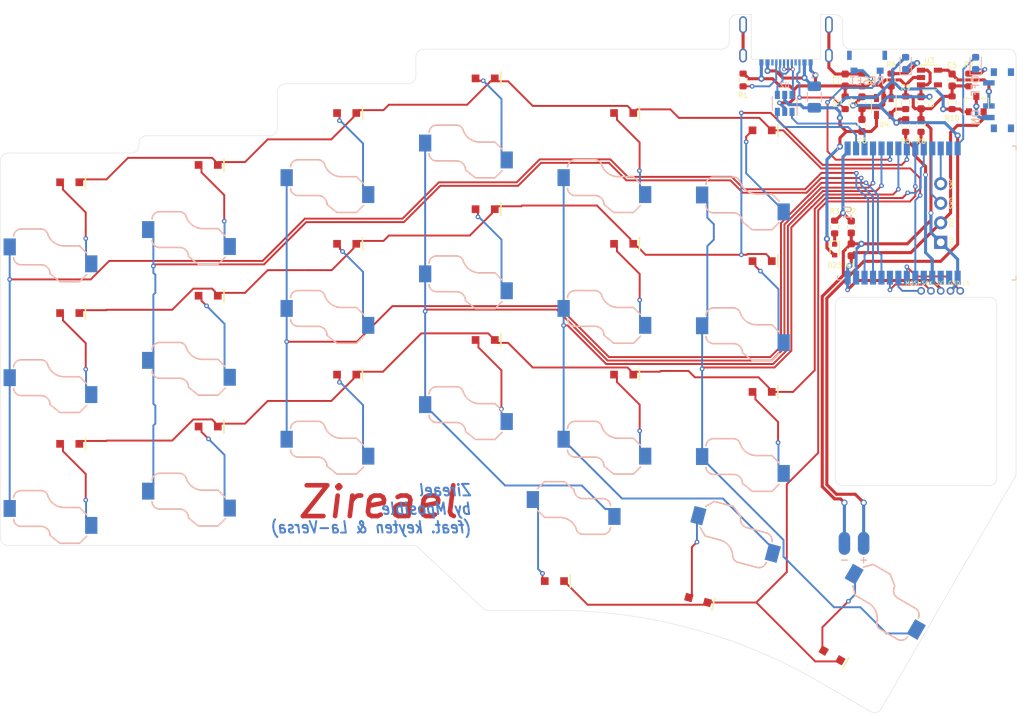
<source format=kicad_pcb>
(kicad_pcb (version 20211014) (generator pcbnew)
  (layers (0 "F.Cu" signal) (31 "B.Cu" signal) (34 "B.Paste" user) (35 "F.Paste" user) (36 "B.SilkS" user "B.Silkscreen") (37 "F.SilkS" user "F.Silkscreen") (38 "B.Mask" user) (39 "F.Mask" user) (44 "Edge.Cuts" user))
  (net 0 "")
  (net 1 "Net-(D1-Pad2)")
  (net 2 "ROW0")
  (net 3 "Net-(D2-Pad2)")
  (net 4 "Net-(D3-Pad2)")
  (net 5 "Net-(D4-Pad2)")
  (net 6 "Net-(D5-Pad2)")
  (net 7 "Net-(D6-Pad2)")
  (net 8 "Net-(D7-Pad2)")
  (net 9 "ROW1")
  (net 10 "Net-(D8-Pad2)")
  (net 11 "Net-(D9-Pad2)")
  (net 12 "Net-(D10-Pad2)")
  (net 13 "Net-(D11-Pad2)")
  (net 14 "Net-(D12-Pad2)")
  (net 15 "Net-(D13-Pad2)")
  (net 16 "ROW2")
  (net 17 "Net-(D14-Pad2)")
  (net 18 "Net-(D15-Pad2)")
  (net 19 "Net-(D16-Pad2)")
  (net 20 "Net-(D17-Pad2)")
  (net 21 "Net-(D18-Pad2)")
  (net 22 "ROW3")
  (net 23 "Net-(D20-Pad2)")
  (net 24 "Net-(D21-Pad2)")
  (net 25 "Net-(D22-Pad2)")
  (net 26 "COL0")
  (net 27 "COL1")
  (net 28 "COL2")
  (net 29 "COL3")
  (net 30 "COL4")
  (net 31 "COL5")
  (net 32 "Net-(J1-PadA5)")
  (net 33 "Net-(J1-PadB5)")
  (net 34 "VBAT")
  (net 35 "GND")
  (net 36 "+3V3")
  (net 37 "Net-(C2-Pad1)")
  (net 38 "GNDS")
  (net 39 "VBUS")
  (net 40 "REGBAT")
  (net 41 "Net-(D23-Pad1)")
  (net 42 "Net-(D24-Pad1)")
  (net 43 "BT_LED")
  (net 44 "Net-(F1-Pad2)")
  (net 45 "DBUS+")
  (net 46 "DBUS-")
  (net 47 "SWCLK")
  (net 48 "SWDIO")
  (net 49 "Net-(Q1-Pad3)")
  (net 50 "VSENSE")
  (net 51 "Net-(R9-Pad1)")
  (net 52 "RESET")
  (net 53 "D-")
  (net 54 "D+")
  (net 55 "Net-(R6-Pad1)")
  (net 56 "Net-(D25-Pad1)")
  (net 59 "MOSI")
  (net 60 "SCK")
  (net 61 "CS")
  (footprint "dao-choc-ble:Kailh_PG1350_hotswap" (layer "F.Cu") (at 86.1 87.446267)
    (fp_text reference "K7")
    (fp_text value "KEY_SWITCH" hide)
  )
  (footprint "Capacitor_SMD:C_0603_1608Metric" (layer "F.Cu") (at 187.683071 74.520836 90)
    (fp_text reference "C1")
    (fp_text value "10uF")
  )
  (footprint "dao-choc-ble:Kailh_PG1350_hotswap" (layer "F.Cu") (at 122.1 61.446267)
    (fp_text reference "K3")
    (fp_text value "KEY_SWITCH" hide)
  )
  (footprint "dao-choc-ble:D_SOD-323" (layer "F.Cu") (at 140.1 86.246267 180)
    (fp_text reference "D16" hide)
    (fp_text value "1N4148WS")
  )
  (footprint "dao-choc-ble:D_SOD-323" (layer "F.Cu") (at 122.1 90.746267 180)
    (fp_text reference "D15" hide)
    (fp_text value "1N4148WS")
  )
  (footprint "dao-choc-ble:PROG" (layer "F.Cu") (at 199.31 69.746268 180)
    (fp_text reference "J2" hide)
    (fp_text value "PROG")
  )
  (footprint "Package_TO_SOT_SMD:SOT-23" (layer "F.Cu") (at 203.938869 55.586263 90)
    (fp_text reference "Q1")
    (fp_text value "AO3401A")
  )
  (footprint "dao-choc-ble:Kailh_PG1350_hotswap" (layer "F.Cu") (at 176.1 63.696267)
    (fp_text reference "K6")
    (fp_text value "KEY_SWITCH" hide)
  )
  (footprint "dao-choc-ble:Kailh_PG1350_hotswap" (layer "F.Cu") (at 140.1 90.946267)
    (fp_text reference "K16")
    (fp_text value "KEY_SWITCH" hide)
  )
  (footprint "dao-choc-ble:Kailh_PG1350_hotswap" (layer "F.Cu") (at 140.1 73.946267)
    (fp_text reference "K10")
    (fp_text value "KEY_SWITCH" hide)
  )
  (footprint "Resistor_SMD:R_0603_1608Metric" (layer "F.Cu") (at 189.073 52.451263 90)
    (fp_text reference "R4")
    (fp_text value "1M")
  )
  (footprint "dao-choc-ble:D_SOD-323" (layer "F.Cu") (at 86.1 99.746267 180)
    (fp_text reference "D13" hide)
    (fp_text value "1N4148WS")
  )
  (footprint "dao-choc-ble:Kailh_PG1350_hotswap" (layer "F.Cu") (at 104.1 68.196267)
    (fp_text reference "K2")
    (fp_text value "KEY_SWITCH" hide)
  )
  (footprint "dao-choc-ble:Kailh_PG1350_hotswap" (layer "F.Cu") (at 122.1 78.446267)
    (fp_text reference "K9")
    (fp_text value "KEY_SWITCH" hide)
  )
  (footprint "Components:nice!view" (layer "F.Cu") (at 199.31 79.865016)
    (fp_text reference "J3")
    (fp_text value "nice!view")
  )
  (footprint "dao-choc-ble:Kailh_PG1350_hotswap" (layer "F.Cu") (at 187.5309 123.181967 150)
    (fp_text reference "K22")
    (fp_text value "KEY_SWITCH" hide)
  )
  (footprint "dao-choc-ble:Kailh_PG1350_hotswap" (layer "F.Cu") (at 122.1 95.446267)
    (fp_text reference "K15")
    (fp_text value "KEY_SWITCH" hide)
  )
  (footprint "Resistor_SMD:R_0603_1608Metric" (layer "F.Cu") (at 192.863 52.451263 90)
    (fp_text reference "R6")
    (fp_text value "1k")
  )
  (footprint "Resistor_SMD:R_0603_1608Metric" (layer "F.Cu") (at 186.893 55.411263 -90)
    (fp_text reference "R2")
    (fp_text value "5.1k")
  )
  (footprint "dao-choc-ble:Kailh_PG1350_hotswap" (layer "F.Cu") (at 86.1 104.446267)
    (fp_text reference "K13")
    (fp_text value "KEY_SWITCH" hide)
  )
  (footprint "dao-choc-ble:Kailh_PG1350_hotswap" (layer "F.Cu") (at 86.1 70.446267)
    (fp_text reference "K1")
    (fp_text value "KEY_SWITCH" hide)
  )
  (footprint "dao-choc-ble:Hole_4.2mm" (layer "F.Cu") (at 182.058 109.017767)
    (fp_text reference "H5" hide)
    (fp_text value "MountingHole 4.2mm" hide)
  )
  (footprint "dao-choc-ble:Kailh_PG1350_hotswap" (layer "F.Cu") (at 176.1 97.696267)
    (fp_text reference "K18")
    (fp_text value "KEY_SWITCH" hide)
  )
  (footprint "dao-choc-ble:D_SOD-323" (layer "F.Cu") (at 86.1 65.746267 180)
    (fp_text reference "D1" hide)
    (fp_text value "1N4148WS")
  )
  (footprint "dao-choc-ble:Hole_4.2mm" (layer "F.Cu") (at 94.807 95.946267)
    (fp_text reference "H3" hide)
    (fp_text value "MountingHole 4.2mm" hide)
  )
  (footprint "dao-choc-ble:Hole_4.2mm" (layer "F.Cu") (at 147.1309 101.915367)
    (fp_text reference "H4" hide)
    (fp_text value "MountingHole 4.2mm" hide)
  )
  (footprint "Package_TO_SOT_SMD:SOT-23-5" (layer "F.Cu") (at 197.85 52.131263)
    (fp_text reference "U3")
    (fp_text value "XC6220")
  )
  (footprint "Resistor_SMD:R_0603_1608Metric" (layer "F.Cu") (at 202.968 52.451263 90)
    (fp_text reference "R7")
    (fp_text value "1k")
  )
  (footprint "dao-choc-ble:Kailh_PG1350_hotswap" (layer "F.Cu") (at 176.1 80.696267)
    (fp_text reference "K12")
    (fp_text value "KEY_SWITCH" hide)
  )
  (footprint "Resistor_SMD:R_0603_1608Metric" (layer "F.Cu") (at 185.526071 71.560836 90)
    (fp_text reference "R3")
    (fp_text value "4.7")
  )
  (footprint "dao-choc-ble:D_SOD-323" (layer "F.Cu") (at 185.1809 127.252267 150)
    (fp_text reference "D22" hide)
    (fp_text value "1N4148WS")
  )
  (footprint "dao-choc-ble:D_SOD-323" (layer "F.Cu") (at 140.1 52.246267 180)
    (fp_text reference "D4" hide)
    (fp_text value "1N4148WS")
  )
  (footprint "Resistor_SMD:R_0603_1608Metric" (layer "F.Cu") (at 196.75 58.371263 90)
    (fp_text reference "R8")
    (fp_text value "2M")
  )
  (footprint "dao-choc-ble:D_SOD-323" (layer "F.Cu") (at 104.1 63.496267 180)
    (fp_text reference "D2" hide)
    (fp_text value "1N4148WS")
  )
  (footprint "Resistor_SMD:R_0603_1608Metric" (layer "F.Cu") (at 194.753 55.411263 90)
    (fp_text reference "R9")
    (fp_text value "RPROG")
  )
  (footprint "Resistor_SMD:R_0603_1608Metric" (layer "F.Cu") (at 173.625 52.451263 -90)
    (fp_text reference "R1")
    (fp_text value "5.1k")
  )
  (footprint "Capacitor_SMD:C_0603_1608Metric" (layer "F.Cu") (at 200.788 52.451263 -90)
    (fp_text reference "C5")
    (fp_text value "10uF")
  )
  (footprint "dao-choc-ble:Kailh_PG1350_hotswap" (layer "F.Cu") (at 140.1 56.946267)
    (fp_text reference "K4")
    (fp_text value "KEY_SWITCH" hide)
  )
  (footprint "Capacitor_SMD:C_0603_1608Metric" (layer "F.Cu") (at 196.75 55.411263 -90)
    (fp_text reference "C4")
    (fp_text value "10uF")
  )
  (footprint "Capacitor_SMD:C_0603_1608Metric" (layer "F.Cu") (at 189.073 55.411263 -90)
    (fp_text reference "C7")
    (fp_text value "4.7uF")
  )
  (footprint "dao-choc-ble:D_SOD-323" (layer "F.Cu") (at 104.1 80.496267 180)
    (fp_text reference "D8" hide)
    (fp_text value "1N4148WS")
  )
  (footprint "dao-choc-ble:Kailh_PG1350_hotswap" (layer "F.Cu") (at 158.1 61.446267)
    (fp_text reference "K5")
    (fp_text value "KEY_SWITCH" hide)
  )
  (footprint "Capacitor_SMD:C_0603_1608Metric" (layer "F.Cu") (at 187.683071 71.560836 -90)
    (fp_text reference "C2")
    (fp_text value "10uF")
  )
  (footprint "dao-choc-ble:D_SOD-323" (layer "F.Cu") (at 104.1 97.496267 180)
    (fp_text reference "D14" hide)
    (fp_text value "1N4148WS")
  )
  (footprint "Capacitor_SMD:C_0603_1608Metric" (layer "F.Cu") (at 189.073 58.371263 90)
    (fp_text reference "C6")
    (fp_text value "4.7uF")
  )
  (footprint "dao-choc-ble:D_SOD-323" (layer "F.Cu") (at 158.1 56.746267 180)
    (fp_text reference "D5" hide)
    (fp_text value "1N4148WS")
  )
  (footprint "dao-choc-ble:D_SOD-323" (layer "F.Cu") (at 176.1 92.996267 180)
    (fp_text reference "D18" hide)
    (fp_text value "1N4148WS")
  )
  (footprint "dao-choc-ble:Hole_4.2mm" (layer "F.Cu") (at 94.807 78.946267)
    (fp_text reference "H1" hide)
    (fp_text value "MountingHole 4.2mm" hide)
  )
  (footprint "Diode_SMD:D_SOD-523" (layer "F.Cu") (at 185.526071 74.520836 -90)
    (fp_text reference "D23")
    (fp_text value "1N5819W")
  )
  (footprint "dao-choc-ble:D_SOD-323" (layer "F.Cu") (at 158.1 73.746267 180)
    (fp_text reference "D11" hide)
    (fp_text value "1N4148WS")
  )
  (footprint "dao-choc-ble:D_SOD-323" (layer "F.Cu") (at 176.1 75.996267 180)
    (fp_text reference "D12" hide)
    (fp_text value "1N4148WS")
  )
  (footprint "dao-choc-ble:Kailh_PG1350_hotswap" (layer "F.Cu") (at 104.1 85.196267)
    (fp_text reference "K8")
    (fp_text value "KEY_SWITCH" hide)
  )
  (footprint "dao-choc-ble:D_SOD-323" (layer "F.Cu") (at 167.7768 120.043267 165)
    (fp_text reference "D21" hide)
    (fp_text value "1N4148WS")
  )
  (footprint "Package_TO_SOT_SMD:SOT-23-5" (layer "F.Cu") (at 191.913 55.896263 -90)
    (fp_text reference "U4")
    (fp_text value "MCP73831")
  )
  (footprint "dao-choc-ble:Kailh_PG1350_hotswap" (layer "F.Cu") (at 158.1 78.446267)
    (fp_text reference "K11")
    (fp_text value "KEY_SWITCH" hide)
  )
  (footprint "Capacitor_SMD:C_0603_1608Metric" (layer "F.Cu") (at 186.893 52.451263 90)
    (fp_text reference "C3")
    (fp_text value "1nF")
  )
  (footprint "dao-choc-ble:Kailh_PG1350_hotswap" (layer "F.Cu") (at 149.1 112.884467 180)
    (fp_text reference "K20")
    (fp_text value "KEY_SWITCH" hide)
  )
  (footprint "dao-choc-ble:Kailh_PG1350_hotswap" (layer "F.Cu") (at 104.1 102.196267)
    (fp_text reference "K14")
    (fp_text value "KEY_SWITCH" hide)
  )
  (footprint "dao-choc-ble:D_SOD-323" (layer "F.Cu") (at 122.1 56.746267 180)
    (fp_text reference "D3" hide)
    (fp_text value "1N4148WS")
  )
  (footprint "dao-choc-ble:D_SOD-323" (layer "F.Cu") (at 158.1 90.746267 180)
    (fp_text reference "D17" hide)
    (fp_text value "1N4148WS")
  )
  (footprint "dao-choc-ble:Kailh_PG1350_hotswap" (layer "F.Cu") (at 168.9933 115.503467 165)
    (fp_text reference "K21")
    (fp_text value "KEY_SWITCH" hide)
  )
  (footprint "dao-choc-ble:D_SOD-323" (layer "F.Cu") (at 140.1 69.246267 180)
    (fp_text reference "D10" hide)
    (fp_text value "1N4148WS")
  )
  (footprint "dao-choc-ble:Kailh_PG1350_hotswap" (layer "F.Cu") (at 158.1 95.446267)
    (fp_text reference "K17")
    (fp_text value "KEY_SWITCH" hide)
  )
  (footprint "dao-choc-ble:Hole_4.2mm" (layer "F.Cu") (at 167.393 72.196267)
    (fp_text reference "H2" hide)
    (fp_text value "MountingHole 4.2mm" hide)
  )
  (footprint "dao-choc-ble:D_SOD-323" (layer "F.Cu") (at 86.1 82.746267 180)
    (fp_text reference "D7" hide)
    (fp_text value "1N4148WS")
  )
  (footprint "dao-choc-ble:D_SOD-323" (layer "F.Cu") (at 149.1 117.584467 180)
    (fp_text reference "D20" hide)
    (fp_text value "1N4148WS")
  )
  (footprint "Resistor_SMD:R_0603_1608Metric" (layer "F.Cu") (at 200.788 55.411263 -90)
    (fp_text reference "R10")
    (fp_text value "100k")
  )
  (footprint "dao-choc-ble:D_SOD-323" (layer "F.Cu") (at 176.1 58.996263 180)
    (fp_text reference "D6" hide)
    (fp_text value "1N4148WS")
  )
  (footprint "dao-choc-ble:D_SOD-323" (layer "F.Cu") (at 122.1 73.746267 180)
    (fp_text reference "D9" hide)
    (fp_text value "1N4148WS")
  )
  (footprint "Resistor_SMD:R_0603_1608Metric" (layer "F.Cu") (at 194.753 58.371263 -90)
    (fp_text reference "R5")
    (fp_text value "806k")
  )
  (footprint "dao-choc-ble:MINEW_MS88SF2" (layer "B.Cu") (at 209.1 69.746268 90)
    (fp_text reference "U1")
    (fp_text value "MS88SF2")
  )
  (footprint "Fuse:Fuse_1206_3216Metric" (layer "B.Cu") (at 182.883071 54.666263 90)
    (fp_text reference "F1")
    (fp_text value "500mA")
  )
  (footprint "dao-choc-ble:TS-1086E" (layer "B.Cu") (at 189.74 48.946268 180)
    (fp_text reference "SW2" hide)
    (fp_text value "RESET")
  )
  (footprint "LED_SMD:LED_0603_1608Metric" (layer "B.Cu") (at 203.85 50.286263 90)
    (fp_text reference "D25" hide)
    (fp_text value "BLUE" hide)
  )
  (footprint "LED_SMD:LED_0603_1608Metric" (layer "B.Cu") (at 194.753 50.286263 90)
    (fp_text reference "D24" hide)
    (fp_text value "RED" hide)
  )
  (footprint "dao-choc-ble:Battery" (layer "B.Cu") (at 188.043606 112.681967)
    (fp_text reference "BT1" hide)
    (fp_text value "Battery_Cell")
  )
  (footprint "dao-choc-ble:USB-C_C168688" (layer "B.Cu") (at 179.2 43.171263 180)
    (fp_text reference "J1" hide)
    (fp_text value "USB")
  )
  (footprint "Package_TO_SOT_SMD:SOT-23-6" (layer "B.Cu") (at 179.033071 55.496263 90)
    (fp_text reference "U2")
    (fp_text value "USBLC6-2SC6")
  )
  (footprint "dao-choc-ble:MSK-12C02" (layer "B.Cu") (at 208.6 55.081263 90)
    (fp_text reference "SW1" hide)
    (fp_text value "ON_OFF")
  )
  (gr_line (start 185.6 81.683763) (end 185.6 104.183763) (layer "Edge.Cuts") (width 0.05))
  (gr_arc (start 186.6 105.183763) (mid 185.892893 104.89087) (end 185.6 104.183763) (layer "Edge.Cuts") (width 0.05))
  (gr_arc (start 191.575007 134.177098) (mid 190.967793 134.643027) (end 190.208968 134.543118) (layer "Edge.Cuts") (width 0.05))
  (gr_line (start 185.575 43.946268) (end 183.725 43.946268) (layer "Edge.Cuts") (width 0.05))
  (gr_arc (start 77.1 62.946267) (mid 77.392893 62.23916) (end 78.1 61.946267) (layer "Edge.Cuts") (width 0.05))
  (gr_arc (start 113.1 53.946268) (mid 113.392893 53.239161) (end 114.1 52.946268) (layer "Edge.Cuts") (width 0.05))
  (gr_arc (start 206.6 104.183763) (mid 206.307107 104.89087) (end 205.6 105.183763) (layer "Edge.Cuts") (width 0.05))
  (gr_line (start 187.575 48.446268) (end 208.1 48.446268) (layer "Edge.Cuts") (width 0.05))
  (gr_line (start 209.1 49.446268) (end 209.1 103.554893) (layer "Edge.Cuts") (width 0.05))
  (gr_arc (start 187.575 48.446268) (mid 186.867893 48.153375) (end 186.575 47.446268) (layer "Edge.Cuts") (width 0.05))
  (gr_line (start 77.1 62.946267) (end 77.1 111.946267) (layer "Edge.Cuts") (width 0.05))
  (gr_line (start 78.1 61.946267) (end 94.1 61.946267) (layer "Edge.Cuts") (width 0.05))
  (gr_line (start 205.6 80.683763) (end 186.6 80.683763) (layer "Edge.Cuts") (width 0.05))
  (gr_arc (start 205.6 80.683763) (mid 206.307107 80.976656) (end 206.6 81.683763) (layer "Edge.Cuts") (width 0.05))
  (gr_arc (start 166.793332 123.713791) (mid 175.030011 126.492501) (end 182.84788 130.293162) (layer "Edge.Cuts") (width 0.05))
  (gr_line (start 131.1 51.946268) (end 131.1 49.446268) (layer "Edge.Cuts") (width 0.05))
  (gr_line (start 183.725 43.946268) (end 183.725 49.521263) (layer "Edge.Cuts") (width 0.05))
  (gr_arc (start 171.825 44.946268) (mid 172.117893 44.239161) (end 172.825 43.946268) (layer "Edge.Cuts") (width 0.05))
  (gr_line (start 171.825 47.446268) (end 171.825 44.946268) (layer "Edge.Cuts") (width 0.05))
  (gr_line (start 186.575 44.946268) (end 186.575 47.446268) (layer "Edge.Cuts") (width 0.05))
  (gr_line (start 149.1 121.384419) (end 140.495469 121.384419) (layer "Edge.Cuts") (width 0.05))
  (gr_line (start 130.70453 112.946267) (end 78.099999 112.946267) (layer "Edge.Cuts") (width 0.05))
  (gr_arc (start 149.099999 121.384418) (mid 158.023003 121.969263) (end 166.793332 123.71379) (layer "Edge.Cuts") (width 0.05))
  (gr_line (start 183.475 49.771263) (end 174.925 49.771263) (layer "Edge.Cuts") (width 0.05))
  (gr_arc (start 174.925 49.771263) (mid 174.748223 49.69804) (end 174.675 49.521263) (layer "Edge.Cuts") (width 0.05))
  (gr_arc (start 185.6 81.683763) (mid 185.892893 80.976656) (end 186.6 80.683763) (layer "Edge.Cuts") (width 0.05))
  (gr_line (start 174.675 43.946268) (end 174.675 49.521263) (layer "Edge.Cuts") (width 0.05))
  (gr_line (start 96.1 59.696268) (end 112.1 59.696268) (layer "Edge.Cuts") (width 0.05))
  (gr_arc (start 131.1 49.446268) (mid 131.392893 48.739161) (end 132.1 48.446268) (layer "Edge.Cuts") (width 0.05))
  (gr_arc (start 95.1 60.696268) (mid 95.392893 59.989161) (end 96.1 59.696268) (layer "Edge.Cuts") (width 0.05))
  (gr_line (start 114.1 52.946268) (end 130.1 52.946268) (layer "Edge.Cuts") (width 0.05))
  (gr_line (start 113.1 58.696268) (end 113.1 53.946268) (layer "Edge.Cuts") (width 0.05))
  (gr_line (start 139.8115 121.11393) (end 131.388499 113.216756) (layer "Edge.Cuts") (width 0.05))
  (gr_arc (start 171.825 47.446268) (mid 171.532107 48.153375) (end 170.825 48.446268) (layer "Edge.Cuts") (width 0.05))
  (gr_line (start 206.6 104.183763) (end 206.6 81.683763) (layer "Edge.Cuts") (width 0.05))
  (gr_line (start 186.6 105.183763) (end 205.6 105.183763) (layer "Edge.Cuts") (width 0.05))
  (gr_line (start 191.575007 134.177098) (end 208.966026 104.054892) (layer "Edge.Cuts") (width 0.05))
  (gr_line (start 95.1 60.946268) (end 95.1 60.696268) (layer "Edge.Cuts") (width 0.05))
  (gr_arc (start 78.099999 112.946266) (mid 77.392893 112.653373) (end 77.1 111.946267) (layer "Edge.Cuts") (width 0.05))
  (gr_arc (start 131.1 51.946268) (mid 130.807107 52.653375) (end 130.1 52.946268) (layer "Edge.Cuts") (width 0.05))
  (gr_line (start 182.848 130.293118) (end 190.208968 134.543118) (layer "Edge.Cuts") (width 0.05))
  (gr_line (start 172.825 43.946268) (end 174.675 43.946268) (layer "Edge.Cuts") (width 0.05))
  (gr_arc (start 185.575 43.946268) (mid 186.282107 44.239161) (end 186.575 44.946268) (layer "Edge.Cuts") (width 0.05))
  (gr_arc (start 140.495469 121.384419) (mid 140.127713 121.314341) (end 139.8115 121.11393) (layer "Edge.Cuts") (width 0.05))
  (gr_arc (start 95.1 60.946267) (mid 94.807107 61.653374) (end 94.1 61.946267) (layer "Edge.Cuts") (width 0.05))
  (gr_arc (start 208.1 48.446268) (mid 208.807107 48.739161) (end 209.1 49.446268) (layer "Edge.Cuts") (width 0.05))
  (gr_arc (start 209.1 103.554893) (mid 209.065926 103.813711) (end 208.966026 104.054892) (layer "Edge.Cuts") (width 0.05))
  (gr_arc (start 130.70453 112.946267) (mid 131.072286 113.016345) (end 131.388499 113.216756) (layer "Edge.Cuts") (width 0.05))
  (gr_line (start 170.825 48.446268) (end 132.1 48.446268) (layer "Edge.Cuts") (width 0.05))
  (gr_arc (start 183.725 49.521263) (mid 183.651777 49.69804) (end 183.475 49.771263) (layer "Edge.Cuts") (width 0.05))
  (gr_arc (start 113.1 58.696268) (mid 112.807107 59.403375) (end 112.1 59.696268) (layer "Edge.Cuts") (width 0.05))
  (gr_text "Zireael" (at 126.2409 107.311967) (layer "F.Cu") (effects (font (size 4 4) (thickness 0.6) italic)))
  (gr_text "Zireael\nby Mposible\n(feat. keyten & La-Versa)" (at 138.486097 108.181967) (layer "B.Cu") (effects (font (size 1.5 1.3) (thickness 0.25) italic) (justify left mirror)))
  (segment (start 84.85 65.746267) (end 85.225 66.121267) (width 0.25) (layer "F.Cu") (net 1))
  (segment (start 88.1833 69.665067) (end 88.1833 73.055567) (width 0.25) (layer "F.Cu") (net 1))
  (segment (start 85.225 66.706767) (end 88.1833 69.665067) (width 0.25) (layer "F.Cu") (net 1))
  (segment (start 85.225 66.121267) (end 85.225 66.246267) (width 0.25) (layer "F.Cu") (net 1))
  (segment (start 85.225 66.246267) (end 85.225 66.706767) (width 0.25) (layer "F.Cu") (net 1))
  (via (at 88.1833 73.055567) (size 0.6) (drill 0.3) (layers "F.Cu" "B.Cu") (net 1))
  (segment (start 88.225 73.097267) (end 88.225 75.246267) (width 0.25) (layer "B.Cu") (net 1))
  (segment (start 88.1833 73.055567) (end 88.225 73.097267) (width 0.25) (layer "B.Cu") (net 1))
  (segment (start 88.225 75.371267) (end 88.9 76.346267) (width 0.25) (layer "B.Cu") (net 1))
  (segment (start 88.225 75.246267) (end 88.225 75.371267) (width 0.25) (layer "B.Cu") (net 1))
  (segment (start 87.35 65.746267) (end 87.725 65.371267) (width 0.25) (layer "F.Cu") (net 2))
  (segment (start 146.2788 55.821267) (end 158.6018 55.821267) (width 0.25) (layer "F.Cu") (net 2))
  (segment (start 93.686 62.571267) (end 104.6018 62.571267) (width 0.25) (layer "F.Cu") (net 2))
  (segment (start 183.7809 63.949163) (end 178.828 58.996263) (width 0.25) (layer "F.Cu") (net 2))
  (segment (start 105.35 63.496267) (end 105.725 63.121267) (width 0.25) (layer "F.Cu") (net 2))
  (segment (start 122.975 57.121267) (end 123.35 56.746267) (width 0.25) (layer "F.Cu") (net 2))
  (segment (start 104.975 62.996267) (end 104.975 63.121267) (width 0.25) (layer "F.Cu") (net 2))
  (segment (start 196.640989 67.455263) (end 196.640989 65.229252) (width 0.25) (layer "F.Cu") (net 2))
  (segment (start 111.8365 60.170767) (end 120.1023 60.170767) (width 0.25) (layer "F.Cu") (net 2))
  (segment (start 122.975 57.246267) (end 122.975 57.121267) (width 0.25) (layer "F.Cu") (net 2))
  (segment (start 123.85 56.371267) (end 126.8861 56.371267) (width 0.25) (layer "F.Cu") (net 2))
  (segment (start 159.824521 56.271746) (end 164.167681 56.271746) (width 0.25) (layer "F.Cu") (net 2))
  (segment (start 158.6018 55.821267) (end 158.975 56.194467) (width 0.25) (layer "F.Cu") (net 2))
  (segment (start 158.975 56.194467) (end 158.975 56.246267) (width 0.25) (layer "F.Cu") (net 2))
  (segment (start 123.35 56.746267) (end 123.725 56.371267) (width 0.25) (layer "F.Cu") (net 2))
  (segment (start 140.575 52.844467) (end 140.7982 52.621267) (width 0.25) (layer "F.Cu") (net 2))
  (segment (start 108.886 63.121267) (end 111.8365 60.170767) (width 0.25) (layer "F.Cu") (net 2))
  (segment (start 164.167681 56.271746) (end 165.273071 57.377136) (width 0.25) (layer "F.Cu") (net 2))
  (segment (start 175.738525 57.377136) (end 177.233927 58.872538) (width 0.25) (layer "F.Cu") (net 2))
  (segment (start 141.35 52.246267) (end 141.725 52.621267) (width 0.25) (layer "F.Cu") (net 2))
  (segment (start 126.8861 56.371267) (end 127.5866 55.670767) (width 0.25) (layer "F.Cu") (net 2))
  (segment (start 123.725 56.371267) (end 123.85 56.371267) (width 0.25) (layer "F.Cu") (net 2))
  (segment (start 141.725 52.621267) (end 141.85 52.621267) (width 0.25) (layer "F.Cu") (net 2))
  (segment (start 104.6018 62.571267) (end 104.975 62.944467) (width 0.25) (layer "F.Cu") (net 2))
  (segment (start 140.7982 52.621267) (end 140.85 52.621267) (width 0.25) (layer "F.Cu") (net 2))
  (segment (start 177.233927 58.872538) (end 177.403071 58.872538) (width 0.25) (layer "F.Cu") (net 2))
  (segment (start 165.273071 57.377136) (end 175.738525 57.377136) (width 0.25) (layer "F.Cu") (net 2))
  (segment (start 104.975 63.121267) (end 105.35 63.496267) (width 0.25) (layer "F.Cu") (net 2))
  (segment (start 196.640989 65.229252) (end 195.3609 63.949163) (width 0.25) (layer "F.Cu") (net 2))
  (segment (start 140.85 52.621267) (end 140.975 52.621267) (width 0.25) (layer "F.Cu") (net 2))
  (segment (start 127.5866 55.670767) (end 137.7573 55.670767) (width 0.25) (layer "F.Cu") (net 2))
  (segment (start 120.1023 60.170767) (end 122.975 57.298067) (width 0.25) (layer "F.Cu") (net 2))
  (segment (start 90.886 65.371267) (end 93.686 62.571267) (width 0.25) (layer "F.Cu") (net 2))
  (segment (start 140.575 52.853067) (end 140.575 52.844467) (width 0.25) (layer "F.Cu") (net 2))
  (segment (start 105.725 63.121267) (end 105.85 63.121267) (width 0.25) (layer "F.Cu") (net 2))
  (segment (start 159.35 56.746267) (end 159.824521 56.271746) (width 0.25) (layer "F.Cu") (net 2))
  (segment (start 141.85 52.621267) (end 143.0788 52.621267) (width 0.25) (layer "F.Cu") (net 2))
  (segment (start 105.85 63.121267) (end 108.886 63.121267) (width 0.25) (layer "F.Cu") (net 2))
  (segment (start 143.0788 52.621267) (end 146.2788 55.821267) (width 0.25) (layer "F.Cu") (net 2))
  (segment (start 178.828 58.996263) (end 177.35 58.996263) (width 0.25) (layer "F.Cu") (net 2))
  (segment (start 122.975 57.298067) (end 122.975 57.246267) (width 0.25) (layer "F.Cu") (net 2))
  (segment (start 87.85 65.371267) (end 90.886 65.371267) (width 0.25) (layer "F.Cu") (net 2))
  (segment (start 158.975 56.371267) (end 159.35 56.746267) (width 0.25) (layer "F.Cu") (net 2))
  (segment (start 140.975 52.621267) (end 141.35 52.246267) (width 0.25) (layer "F.Cu") (net 2))
  (segment (start 87.725 65.371267) (end 87.85 65.371267) (width 0.25) (layer "F.Cu") (net 2))
  (segment (start 137.7573 55.670767) (end 140.575 52.853067) (width 0.25) (layer "F.Cu") (net 2))
  (segment (start 104.975 62.944467) (end 104.975 62.996267) (width 0.25) (layer "F.Cu") (net 2))
  (segment (start 158.975 56.246267) (end 158.975 56.371267) (width 0.25) (layer "F.Cu") (net 2))
  (segment (start 195.3609 63.949163) (end 183.7809 63.949163) (width 0.25) (layer "F.Cu") (net 2))
  (via (at 196.640989 67.455263) (size 0.6) (drill 0.3) (layers "F.Cu" "B.Cu") (net 2))
  (segment (start 196.640989 67.455263) (end 196.01 68.086252) (width 0.25) (layer "B.Cu") (net 2))
  (segment (start 196.01 68.086252) (end 196.01 78.146268) (width 0.25) (layer "B.Cu") (net 2))
  (segment (start 103.225 63.996267) (end 103.225 64.456767) (width 0.25) (layer "F.Cu") (net 3))
  (segment (start 103.225 64.456767) (end 106.1833 67.415067) (width 0.25) (layer "F.Cu") (net 3))
  (segment (start 103.225 63.871267) (end 103.225 63.996267) (width 0.25) (layer "F.Cu") (net 3))
  (segment (start 106.1833 67.415067) (end 106.1833 70.805567) (width 0.25) (layer "F.Cu") (net 3))
  (segment (start 102.85 63.496267) (end 103.225 63.871267) (width 0.25) (layer "F.Cu") (net 3))
  (via (at 106.1833 70.805567) (size 0.6) (drill 0.3) (layers "F.Cu" "B.Cu") (net 3))
  (segment (start 106.225 73.121267) (end 106.9 74.096267) (width 0.25) (layer "B.Cu") (net 3))
  (segment (start 106.225 72.996267) (end 106.225 73.121267) (width 0.25) (layer "B.Cu") (net 3))
  (segment (start 106.1833 70.805567) (end 106.225 70.847267) (width 0.25) (layer "B.Cu") (net 3))
  (segment (start 106.225 70.847267) (end 106.225 72.996267) (width 0.25) (layer "B.Cu") (net 3))
  (segment (start 120.85 56.746267) (end 121.1626 57.121267) (width 0.25) (layer "F.Cu") (net 4))
  (segment (start 121.1626 57.121267) (end 121.1626 57.246267) (width 0.25) (layer "F.Cu") (net 4))
  (segment (start 121.1626 57.246267) (end 121.1626 57.746267) (width 0.25) (layer "F.Cu") (net 4))
  (via (at 121.1626 57.746267) (size 0.6) (drill 0.3) (layers "F.Cu" "B.Cu") (net 4))
  (segment (start 124.225 60.706867) (end 124.225 66.246267) (width 0.25) (layer "B.Cu") (net 4))
  (segment (start 121.2644 57.746267) (end 124.225 60.706867) (width 0.25) (layer "B.Cu") (net 4))
  (segment (start 124.225 66.246267) (end 124.225 66.371267) (width 0.25) (layer "B.Cu") (net 4))
  (segment (start 121.1626 57.746267) (end 121.2644 57.746267) (width 0.25) (layer "B.Cu") (net 4))
  (segment (start 124.225 66.371267) (end 124.9 67.346267) (width 0.25) (layer "B.Cu") (net 4))
  (segment (start 139.225 52.552767) (end 139.35 52.552767) (width 0.25) (layer "F.Cu") (net 5))
  (segment (start 139.35 52.552767) (end 139.85 52.552767) (width 0.25) (layer "F.Cu") (net 5))
  (segment (start 138.85 52.246267) (end 139.225 52.552767) (width 0.25) (layer "F.Cu") (net 5))
  (via (at 139.85 52.552767) (size 0.6) (drill 0.3) (layers "F.Cu" "B.Cu") (net 5))
  (segment (start 142.225 61.871267) (end 142.9 62.846267) (width 0.25) (layer "B.Cu") (net 5))
  (segment (start 142.225 54.927767) (end 142.225 61.746267) (width 0.25) (layer "B.Cu") (net 5))
  (segment (start 142.225 61.746267) (end 142.225 61.871267) (width 0.25) (layer "B.Cu") (net 5))
  (segment (start 139.85 52.552767) (end 142.225 54.927767) (width 0.25) (layer "B.Cu") (net 5))
  (segment (start 160.174521 60.573132) (end 157.227561 57.626172) (width 0.25) (layer "F.Cu") (net 6))
  (segment (start 157.227561 57.123828) (end 156.85 56.746267) (width 0.25) (layer "F.Cu") (net 6))
  (segment (start 160.174521 64.219212) (end 160.174521 60.573132) (width 0.25) (layer "F.Cu") (net 6))
  (segment (start 157.227561 57.626172) (end 157.227561 57.123828) (width 0.25) (layer "F.Cu") (net 6))
  (segment (start 160.147561 64.246172) (end 160.174521 64.219212) (width 0.25) (layer "F.Cu") (net 6))
  (via (at 160.147561 64.246172) (size 0.6) (drill 0.3) (layers "F.Cu" "B.Cu") (net 6))
  (segment (start 160.225 64.323611) (end 160.225 66.371267) (width 0.25) (layer "B.Cu") (net 6))
  (segment (start 160.147561 64.246172) (end 160.225 64.323611) (width 0.25) (layer "B.Cu") (net 6))
  (segment (start 160.225 66.371267) (end 160.9 67.346267) (width 0.25) (layer "B.Cu") (net 6))
  (segment (start 174.023071 60.490836) (end 174.023071 59.823196) (width 0.25) (layer "F.Cu") (net 7))
  (segment (start 174.023071 59.823196) (end 174.85 58.996267) (width 0.25) (layer "F.Cu") (net 7))
  (via (at 174.023071 60.490836) (size 0.6) (drill 0.3) (layers "F.Cu" "B.Cu") (net 7))
  (segment (start 178.9 69.457765) (end 178.9 69.596267) (width 0.25) (layer "B.Cu") (net 7))
  (segment (start 174.023071 60.490836) (end 174.025479 60.493244) (width 0.25) (layer "B.Cu") (net 7))
  (segment (start 174.025479 60.493244) (end 174.025479 64.583244) (width 0.25) (layer "B.Cu") (net 7))
  (segment (start 174.025479 64.583244) (end 178.9 69.457765) (width 0.25) (layer "B.Cu") (net 7))
  (segment (start 88.1833 86.665067) (end 88.1833 90.055567) (width 0.25) (layer "F.Cu") (net 8))
  (segment (start 85.225 83.706767) (end 88.1833 86.665067) (width 0.25) (layer "F.Cu") (net 8))
  (segment (start 85.225 83.121267) (end 85.225 83.246267) (width 0.25) (layer "F.Cu") (net 8))
  (segment (start 85.225 83.246267) (end 85.225 83.706767) (width 0.25) (layer "F.Cu") (net 8))
  (segment (start 84.85 82.746267) (end 85.225 83.121267) (width 0.25) (layer "F.Cu") (net 8))
  (via (at 88.1833 90.055567) (size 0.6) (drill 0.3) (layers "F.Cu" "B.Cu") (net 8))
  (segment (start 88.1833 90.055567) (end 88.225 90.097267) (width 0.25) (layer "B.Cu") (net 8))
  (segment (start 88.225 90.097267) (end 88.225 92.246267) (width 0.25) (layer "B.Cu") (net 8))
  (segment (start 88.225 92.246267) (end 88.225 92.371267) (width 0.25) (layer "B.Cu") (net 8))
  (segment (start 88.225 92.371267) (end 88.9 93.346267) (width 0.25) (layer "B.Cu") (net 8))
  (segment (start 159.9018 74.121267) (end 160.9523 75.171767) (width 0.25) (layer "F.Cu") (net 9))
  (segment (start 176.975 75.444467) (end 176.975 75.496267) (width 0.25) (layer "F.Cu") (net 9))
  (segment (start 122.975 74.246267) (end 122.975 74.121267) (width 0.25) (layer "F.Cu") (net 9))
  (segment (start 183.949198 63.481743) (end 177.197718 56.730263) (width 0.25) (layer "F.Cu") (net 9))
  (segment (start 105.725 80.121267) (end 105.85 80.121267) (width 0.25) (layer "F.Cu") (net 9))
  (segment (start 141.725 68.871267) (end 144.816818 68.871267) (width 0.25) (layer "F.Cu") (net 9))
  (segment (start 108.886 80.121267) (end 111.8365 77.170767) (width 0.25) (layer "F.Cu") (net 9))
  (segment (start 122.975 74.121267) (end 123.35 73.746267) (width 0.25) (layer "F.Cu") (net 9))
  (segment (start 174.0735 75.171767) (end 174.174 75.071267) (width 0.25) (layer "F.Cu") (net 9))
  (segment (start 123.85 73.371267) (end 126.886 73.371267) (width 0.25) (layer "F.Cu") (net 9))
  (segment (start 176.975 75.621267) (end 177.35 75.996267) (width 0.25) (layer "F.Cu") (net 9))
  (segment (start 159.35 73.746267) (end 159.725 74.121267) (width 0.25) (layer "F.Cu") (net 9))
  (segment (start 160.9523 75.171767) (end 173.399496 75.171767) (width 0.25) (layer "F.Cu") (net 9))
  (segment (start 140.975 69.746267) (end 140.975 69.621267) (width 0.25) (layer "F.Cu") (net 9))
  (segment (start 173.399496 75.171767) (end 174.0735 75.171767) (width 0.25) (layer "F.Cu") (net 9))
  (segment (start 194.238257 63.481743) (end 183.949198 63.481743) (width 0.25) (layer "F.Cu") (net 9))
  (segment (start 90.9365 82.320767) (end 99.4245 82.320767) (width 0.25) (layer "F.Cu") (net 9))
  (segment (start 144.816818 68.871267) (end 144.916339 68.771746) (width 0.25) (layer "F.Cu") (net 9))
  (segment (start 144.916339 68.771746) (end 154.623135 68.771746) (width 0.25) (layer "F.Cu") (net 9))
  (segment (start 174.174 75.071267) (end 176.6018 75.071267) (width 0.25) (layer "F.Cu") (net 9))
  (segment (start 158.975 73.123611) (end 158.975 73.371267) (width 0.25) (layer "F.Cu") (net 9))
  (segment (start 176.6018 75.071267) (end 176.975 75.444467) (width 0.25) (layer "F.Cu") (net 9))
  (segment (start 154.623135 68.771746) (end 158.975 73.123611) (width 0.25) (layer "F.Cu") (net 9))
  (segment (start 102.174 79.571267) (end 104.6018 79.571267) (width 0.25) (layer "F.Cu") (net 9))
  (segment (start 140.975 69.798067) (end 140.975 69.746267) (width 0.25) (layer "F.Cu") (net 9))
  (segment (start 111.8365 77.170767) (end 120.158 77.170767) (width 0.25) (layer "F.Cu") (net 9))
  (segment (start 159.85 74.121267) (end 159.9018 74.121267) (width 0.25) (layer "F.Cu") (net 9))
  (segment (start 140.975 69.621267) (end 141.35 69.246267) (width 0.25) (layer "F.Cu") (net 9))
  (segment (start 138.1023 72.670767) (end 140.975 69.798067) (width 0.25) (layer "F.Cu") (net 9))
  (segment (start 104.975 80.121267) (end 105.35 80.496267) (width 0.25) (layer "F.Cu") (net 9))
  (segment (start 104.975 79.996267) (end 104.975 80.121267) (width 0.25) (layer "F.Cu") (net 9))
  (segment (start 87.35 82.746267) (end 87.725 82.371267) (width 0.25) (layer "F.Cu") (net 9))
  (segment (start 87.85 82.371267) (end 90.886 82.371267) (width 0.25) (layer "F.Cu") (net 9))
  (segment (start 104.6018 79.571267) (end 104.975 79.944467) (width 0.25) (layer "F.Cu") (net 9))
  (segment (start 194.91 62.81) (end 194.238257 63.481743) (width 0.25) (layer "F.Cu") (net 9))
  (segment (start 122.975 74.353767) (end 122.975 74.246267) (width 0.25) (layer "F.Cu") (net 9))
  (segment (start 177.197718 56.730263) (end 173.39856 56.730263) (width 0.25) (layer "F.Cu") (net 9))
  (segment (start 127.5865 72.670767) (end 138.1023 72.670767) (width 0.25) (layer "F.Cu") (net 9))
  (segment (start 99.4245 82.320767) (end 102.174 79.571267) (width 0.25) (layer "F.Cu") (net 9))
  (segment (start 176.975 75.496267) (end 176.975 75.621267) (width 0.25) (layer "F.Cu") (net 9))
  (segment (start 123.35 73.746267) (end 123.725 73.371267) (width 0.25) (layer "F.Cu") (net 9))
  (segment (start 141.35 69.246267) (end 141.725 68.871267) (width 0.25) (layer "F.Cu") (net 9))
  (segment (start 123.725 73.371267) (end 123.85 73.371267) (width 0.25) (layer "F.Cu") (net 9))
  (segment (start 158.975 73.371267) (end 159.35 73.746267) (width 0.25) (layer "F.Cu") (net 9))
  (segment (start 159.725 74.121267) (end 159.85 74.121267) (width 0.25) (layer "F.Cu") (net 9))
  (segment (start 87.725 82.371267) (end 87.85 82.371267) (width 0.25) (layer "F.Cu") (net 9))
  (segment (start 90.886 82.371267) (end 90.9365 82.320767) (width 0.25) (layer "F.Cu") (net 9))
  (segment (start 120.158 77.170767) (end 122.975 74.353767) (width 0.25) (layer "F.Cu") (net 9))
  (segment (start 126.886 73.371267) (end 127.5865 72.670767) (width 0.25) (layer "F.Cu") (net 9))
  (segment (start 105.85 80.121267) (end 108.886 80.121267) (width 0.25) (layer "F.Cu") (net 9))
  (segment (start 104.975 79.944467) (end 104.975 79.996267) (width 0.25) (layer "F.Cu") (net 9))
  (segment (start 105.35 80.496267) (end 105.725 80.121267) (width 0.25) (layer "F.Cu") (net 9))
  (via (at 173.399496 75.171767) (size 0.6) (drill 0.3) (layers "F.Cu" "B.Cu") (net 9))
  (via (at 194.91 62.81) (size 0.6) (drill 0.3) (layers "F.Cu" "B.Cu") (net 9))
  (via (at 173.39856 56.730263) (size 0.6) (drill 0.3) (layers "F.Cu" "B.Cu") (net 9))
  (segment (start 173.39856 56.730263) (end 173.39856 75.170831) (width 0.25) (layer "B.Cu") (net 9))
  (segment (start 173.39856 75.170831) (end 173.399496 75.171767) (width 0.25) (layer "B.Cu") (net 9))
  (segment (start 194.91 61.346268) (end 194.91 62.81) (width 0.25) (layer "B.Cu") (net 9))
  (segment (start 103.225 80.871267) (end 103.225 80.996267) (width 0.25) (layer "F.Cu") (net 10))
  (segment (start 103.225 80.996267) (end 103.225 81.150367) (width 0.25) (layer "F.Cu") (net 10))
  (segment (start 102.85 80.496267) (end 103.225 80.871267) (width 0.25) (layer "F.Cu") (net 10))
  (segment (start 103.225 81.150367) (end 103.8901 81.815467) (width 0.25) (layer "F.Cu") (net 10))
  (via (at 103.8901 81.815467) (size 0.6) (drill 0.3) (layers "F.Cu" "B.Cu") (net 10))
  (segment (start 106.225 89.996267) (end 106.225 90.121267) (width 0.25) (layer "B.Cu") (net 10))
  (segment (start 103.8901 81.815467) (end 106.225 84.150367) (width 0.25) (layer "B.Cu") (net 10))
  (segment (start 106.225 84.150367) (end 106.225 89.996267) (width 0.25) (layer "B.Cu") (net 10))
  (segment (start 106.225 90.121267) (end 106.9 91.096267) (width 0.25) (layer "B.Cu") (net 10))
  (segment (start 121.225 74.121267) (end 121.225 74.246267) (width 0.25) (layer "F.Cu") (net 11))
  (segment (start 121.225 74.246267) (end 121.225 74.399667) (width 0.25) (layer "F.Cu") (net 11))
  (segment (start 120.85 73.746267) (end 121.225 74.121267) (width 0.25) (layer "F.Cu") (net 11))
  (segment (start 121.225 74.399667) (end 121.5644 74.739067) (width 0.25) (layer "F.Cu") (net 11))
  (via (at 121.5644 74.739067) (size 0.6) (drill 0.3) (layers "F.Cu" "B.Cu") (net 11))
  (segment (start 124.225 83.371267) (end 124.9 84.346267) (width 0.25) (layer "B.Cu") (net 11))
  (segment (start 124.225 83.246267) (end 124.225 83.371267) (width 0.25) (layer "B.Cu") (net 11))
  (segment (start 124.225 77.399667) (end 124.225 83.246267) (width 0.25) (layer "B.Cu") (net 11))
  (segment (start 121.5644 74.739067) (end 124.225 77.399667) (width 0.25) (layer "B.Cu") (net 11))
  (segment (start 139.1629 69.746267) (end 139.1629 70.246267) (width 0.25) (layer "F.Cu") (net 12))
  (segment (start 139.1629 69.621267) (end 139.1629 69.746267) (width 0.25) (layer "F.Cu") (net 12))
  (segment (start 138.85 69.246267) (end 139.1629 69.621267) (width 0.25) (layer "F.Cu") (net 12))
  (via (at 139.1629 70.246267) (size 0.6) (drill 0.3) (layers "F.Cu" "B.Cu") (net 12))
  (segment (start 139.1629 70.246267) (end 139.2645 70.246267) (width 0.25) (layer "B.Cu") (net 12))
  (segment (start 142.225 73.206767) (end 142.225 78.746267) (width 0.25) (layer "B.Cu") (net 12))
  (segment (start 139.2645 70.246267) (end 142.225 73.206767) (width 0.25) (layer "B.Cu") (net 12))
  (segment (start 142.225 78.746267) (end 142.225 78.871267) (width 0.25) (layer "B.Cu") (net 12))
  (segment (start 142.225 78.871267) (end 142.9 79.846267) (width 0.25) (layer "B.Cu") (net 12))
  (segment (start 157.225 74.246267) (end 157.225 74.706767) (width 0.25) (layer "F.Cu") (net 13))
  (segment (start 160.1833 77.665067) (end 160.1833 81.055567) (width 0.25) (layer "F.Cu") (net 13))
  (segment (start 156.85 73.746267) (end 157.225 74.121267) (width 0.25) (layer "F.Cu") (net 13))
  (segment (start 157.225 74.121267) (end 157.225 74.246267) (width 0.25) (layer "F.Cu") (net 13))
  (segment (start 157.225 74.706767) (end 160.1833 77.665067) (width 0.25) (layer "F.Cu") (net 13))
  (via (at 160.1833 81.055567) (size 0.6) (drill 0.3) (layers "F.Cu" "B.Cu") (net 13))
  (segment (start 160.225 83.246267) (end 160.225 83.371267) (width 0.25) (layer "B.Cu") (net 13))
  (segment (start 160.1833 81.055567) (end 160.225 81.097267) (width 0.25) (layer "B.Cu") (net 13))
  (segment (start 160.225 83.371267) (end 160.9 84.346267) (width 0.25) (layer "B.Cu") (net 13))
  (segment (start 160.225 81.097267) (end 160.225 83.246267) (width 0.25) (layer "B.Cu") (net 13))
  (segment (start 175.225 76.496267) (end 175.225 76.646067) (width 0.25) (layer "F.Cu") (net 14))
  (segment (start 175.225 76.371267) (end 175.225 76.496267) (width 0.25) (layer "F.Cu") (net 14))
  (segment (start 175.225 76.646067) (end 175.871 77.292067) (width 0.25) (layer "F.Cu") (net 14))
  (segment (start 174.85 75.996267) (end 175.225 76.371267) (width 0.25) (layer "F.Cu") (net 14))
  (via (at 175.871 77.292067) (size 0.6) (drill 0.3) (layers "F.Cu" "B.Cu") (net 14))
  (segment (start 178.225 85.496267) (end 178.225 85.621267) (width 0.25) (layer "B.Cu") (net 14))
  (segment (start 175.871 77.292067) (end 178.225 79.646067) (width 0.25) (layer "B.Cu") (net 14))
  (segment (start 178.225 79.646067) (end 178.225 85.496267) (width 0.25) (layer "B.Cu") (net 14))
  (segment (start 178.225 85.621267) (end 178.9 86.596267) (width 0.25) (layer "B.Cu") (net 14))
  (segment (start 85.225 100.706767) (end 88.1833 103.665067) (width 0.25) (layer "F.Cu") (net 15))
  (segment (start 85.225 100.121267) (end 85.225 100.246267) (width 0.25) (layer "F.Cu") (net 15))
  (segment (start 85.225 100.246267) (end 85.225 100.706767) (width 0.25) (layer "F.Cu") (net 15))
  (segment (start 84.85 99.746267) (end 85.225 100.121267) (width 0.25) (layer "F.Cu") (net 15))
  (segment (start 88.1833 103.665067) (end 88.1833 107.055567) (width 0.25) (layer "F.Cu") (net 15))
  (via (at 88.1833 107.055567) (size 0.6) (drill 0.3) (layers "F.Cu" "B.Cu") (net 15))
  (segment (start 88.225 109.371267) (end 88.9 110.346267) (width 0.25) (layer "B.Cu") (net 15))
  (segment (start 88.225 109.246267) (end 88.225 109.371267) (width 0.25) (layer "B.Cu") (net 15))
  (segment (start 88.1833 107.055567) (end 88.225 107.097267) (width 0.25) (layer "B.Cu") (net 15))
  (segment (start 88.225 107.097267) (end 88.225 109.246267) (width 0.25) (layer "B.Cu") (net 15))
  (segment (start 104.975 96.944467) (end 104.975 96.996267) (width 0.25) (layer "F.Cu") (net 16))
  (segment (start 175.626705 91.096172) (end 176.975 92.444467) (width 0.25) (layer "F.Cu") (net 16))
  (segment (start 111.8365 94.170767) (end 120.1023 94.170767) (width 0.25) (layer "F.Cu") (net 16))
  (segment (start 141.725 86.621267) (end 141.85 86.621267) (width 0.25) (layer "F.Cu") (net 16))
  (segment (start 166.533135 90.271746) (end 167.357561 91.096172) (width 0.25) (layer "F.Cu") (net 16))
  (segment (start 162.816818 90.371267) (end 162.916339 90.271746) (width 0.25) (layer "F.Cu") (net 16))
  (segment (start 104.6018 96.571267) (end 104.975 96.944467) (width 0.25) (layer "F.Cu") (net 16))
  (segment (start 131.801913 85.386172) (end 140.489905 85.386172) (width 0.25) (layer "F.Cu") (net 16))
  (segment (start 140.489905 85.386172) (end 141.35 86.246267) (width 0.25) (layer "F.Cu") (net 16))
  (segment (start 162.916339 90.271746) (end 166.533135 90.271746) (width 0.25) (layer "F.Cu") (net 16))
  (segment (start 104.975 96.996267) (end 104.975 97.121267) (width 0.25) (layer "F.Cu") (net 16))
  (segment (start 123.725 90.371267) (end 126.816818 90.371267) (width 0.25) (layer "F.Cu") (net 16))
  (segment (start 167.357561 91.096172) (end 175.626705 91.096172) (width 0.25) (layer "F.Cu") (net 16))
  (segment (start 123.35 90.746267) (end 123.725 90.371267) (width 0.25) (layer "F.Cu") (net 16))
  (segment (start 87.85 99.371267) (end 90.886 99.371267) (width 0.25) (layer "F.Cu") (net 16))
  (segment (start 105.35 97.496267) (end 105.725 97.121267) (width 0.25) (layer "F.Cu") (net 16))
  (segment (start 104.975 97.121267) (end 105.35 97.496267) (width 0.25) (layer "F.Cu") (net 16))
  (segment (start 141.85 86.621267) (end 143.0788 86.621267) (width 0.25) (layer "F.Cu") (net 16))
  (segment (start 99.4245 99.320767) (end 102.174 96.571267) (width 0.25) (layer "F.Cu") (net 16))
  (segment (start 143.0788 86.621267) (end 146.2788 89.821267) (width 0.25) (layer "F.Cu") (net 16))
  (segment (start 158.6018 89.821267) (end 158.975 90.194467) (width 0.25) (layer "F.Cu") (net 16))
  (segment (start 87.725 99.371267) (end 87.85 99.371267) (width 0.25) (layer "F.Cu") (net 16))
  (segment (start 195.014 67.118263) (end 194.336518 67.795745) (width 0.25) (layer "F.Cu") (net 16))
  (segment (start 176.975 92.621267) (end 177.35 92.996267) (width 0.25) (layer "F.Cu") (net 16))
  (segment (start 122.975 91.246267) (end 122.975 91.121267) (width 0.25) (layer "F.Cu") (net 16))
  (segment (start 158.975 90.194467) (end 158.975 90.246267) (width 0.25) (layer "F.Cu") (net 16))
  (segment (start 90.9365 99.320767) (end 99.4245 99.320767) (width 0.25) (layer "F.Cu") (net 16))
  (segment (start 90.886 99.371267) (end 90.9365 99.320767) (width 0.25) (layer "F.Cu") (net 16))
  (segment (start 105.725 97.121267) (end 105.85 97.121267) (width 0.25) (layer "F.Cu") (net 16))
  (segment (start 146.2788 89.821267) (end 158.6018 89.821267) (width 0.25) (layer "F.Cu") (net 16))
  (segment (start 159.725 90.371267) (end 162.816818 90.371267) (width 0.25) (layer "F.Cu") (net 16))
  (segment (start 120.1023 94.170767) (end 122.975 91.298067) (width 0.25) (layer "F.Cu") (net 16))
  (segment (start 158.975 90.246267) (end 158.975 90.371267) (width 0.25) (layer "F.Cu") (net 16))
  (segment (start 182.937561 90.176172) (end 180.117466 92.996267) (width 0.25) (layer "F.Cu") (net 16))
  (segment (start 176.975 92.444467) (end 176.975 92.621267) (width 0.25) (layer "F.Cu") (net 16))
  (segment (start 87.35 99.746267) (end 87.725 99.371267) (width 0.25) (layer "F.Cu") (net 16))
  (segment (start 141.35 86.246267) (end 141.725 86.621267) (width 0.25) (layer "F.Cu") (net 16))
  (segment (start 159.35 90.746267) (end 159.725 90.371267) (width 0.25) (layer "F.Cu") (net 16))
  (segment (start 102.174 96.571267) (end 104.6018 96.571267) (width 0.25) (layer "F.Cu") (net 16))
  (segment (start 180.117466 92.996267) (end 177.35 92.996267) (width 0.25) (layer "F.Cu") (net 16))
  (segment (start 184.355826 67.795745) (end 182.937561 69.21401) (width 0.25) (layer "F.Cu") (net 16))
  (segment (start 108.886 97.121267) (end 111.8365 94.170767) (width 0.25) (layer "F.Cu") (net 16))
  (segment (start 126.816818 90.371267) (end 131.801913 85.386172) (width 0.25) (layer "F.Cu") (net 16))
  (segment (start 194.336518 67.795745) (end 184.355826 67.795745) (width 0.25) (layer "F.Cu") (net 16))
  (segment (start 105.85 97.121267) (end 108.886 97.121267) (width 0.25) (layer "F.Cu") (net 16))
  (segment (start 182.937561 69.21401) (end 182.937561 90.176172) (width 0.25) (layer "F.Cu") (net 16))
  (segment (start 122.975 91.298067) (end 122.975 91.246267) (width 0.25) (layer "F.Cu") (net 16))
  (segment (start 122.975 91.121267) (end 123.35 90.746267) (width 0.25) (layer "F.Cu") (net 16))
  (segment (start 158.975 90.371267) (end 159.35 90.746267) (width 0.25) (layer "F.Cu") (net 16))
  (via (at 195.014 67.118263) (size 0.6) (drill 0.3) (layers "F.Cu" "B.Cu") (net 16))
  (segment (start 197.11 63.538263) (end 197.11 61.346268) (width 0.25) (layer "B.Cu") (net 16))
  (segment (start 196.715978 63.932285) (end 197.11 63.538263) (width 0.25) (layer "B.Cu") (net 16))
  (segment (start 196.067193 67.118263) (end 196.715978 66.469478) (width 0.25) (layer "B.Cu") (net 16))
  (segment (start 196.715978 66.469478) (end 196.715978 63.932285) (width 0.25) (layer "B.Cu") (net 16))
  (segment (start 195.014 67.118263) (end 196.067193 67.118263) (width 0.25) (layer "B.Cu") (net 16))
  (segment (start 103.225 97.871267) (end 103.225 97.996267) (width 0.25) (layer "F.Cu") (net 17))
  (segment (start 103.225 98.189267) (end 104.1404 99.104667) (width 0.25) (layer "F.Cu") (net 17))
  (segment (start 102.85 97.496267) (end 103.225 97.871267) (width 0.25) (layer "F.Cu") (net 17))
  (segment (start 103.225 97.996267) (end 103.225 98.189267) (width 0.25) (layer "F.Cu") (net 17))
  (via (at 104.1404 99.104667) (size 0.6) (drill 0.3) (layers "F.Cu" "B.Cu") (net 17))
  (segment (start 106.225 101.189267) (end 106.225 106.996267) (width 0.25) (layer "B.Cu") (net 17))
  (segment (start 106.225 106.996267) (end 106.225 107.121267) (width 0.25) (layer "B.Cu") (net 17))
  (segment (start 106.225 107.121267) (end 106.9 108.096267) (width 0.25) (layer "B.Cu") (net 17))
  (segment (start 104.1404 99.104667) (end 106.225 101.189267) (width 0.25) (layer "B.Cu") (net 17))
  (segment (start 121.1626 91.121267) (end 121.1626 91.246267) (width 0.25) (layer "F.Cu") (net 18))
  (segment (start 121.1626 91.246267) (end 121.1626 91.746267) (width 0.25) (layer "F.Cu") (net 18))
  (segment (start 120.85 90.746267) (end 121.1626 91.121267) (width 0.25) (layer "F.Cu") (net 18))
  (via (at 121.1626 91.746267) (size 0.6) (drill 0.3) (layers "F.Cu" "B.Cu") (net 18))
  (segment (start 121.2645 91.746267) (end 124.225 94.706767) (width 0.25) (layer "B.Cu") (net 18))
  (segment (start 124.225 100.246267) (end 124.225 100.371267) (width 0.25) (layer "B.Cu") (net 18))
  (segment (start 124.225 100.371267) (end 124.9 101.346267) (width 0.25) (layer "B.Cu") (net 18))
  (segment (start 124.225 94.706767) (end 124.225 100.246267) (width 0.25) (layer "B.Cu") (net 18))
  (segment (start 121.1626 91.746267) (end 121.2645 91.746267) (width 0.25) (layer "B.Cu") (net 18))
  (segment (start 138.85 86.246267) (end 139.225 86.621267) (width 0.25) (layer "F.Cu") (net 19))
  (segment (start 142.2142 90.195967) (end 142.2142 95.201467) (width 0.25) (layer "F.Cu") (net 19))
  (segment (start 139.225 86.621267) (end 139.225 86.746267) (width 0.25) (layer "F.Cu") (net 19))
  (segment (start 139.225 86.746267) (end 139.225 87.206767) (width 0.25) (layer "F.Cu") (net 19))
  (segment (start 139.225 87.206767) (end 142.2142 90.195967) (width 0.25) (layer "F.Cu") (net 19))
  (via (at 142.2142 95.201467) (size 0.6) (drill 0.3) (layers "F.Cu" "B.Cu") (net 19))
  (segment (start 142.225 95.212267) (end 142.225 95.746267) (width 0.25) (layer "B.Cu") (net 19))
  (segment (start 142.225 95.746267) (end 142.225 95.871267) (width 0.25) (layer "B.Cu") (net 19))
  (segment (start 142.2142 95.201467) (end 142.225 95.212267) (width 0.25) (layer "B.Cu") (net 19))
  (segment (start 142.225 95.871267) (end 142.9 96.846267) (width 0.25) (layer "B.Cu") (net 19))
  (segment (start 157.225 91.246267) (end 157.225 91.706767) (width 0.25) (layer "F.Cu") (net 20))
  (segment (start 157.225 91.121267) (end 157.225 91.246267) (width 0.25) (layer "F.Cu") (net 20))
  (segment (start 160.1833 94.665067) (end 160.1833 98.055567) (width 0.25) (layer "F.Cu") (net 20))
  (segment (start 157.225 91.706767) (end 160.1833 94.665067) (width 0.25) (layer "F.Cu") (net 20))
  (segment (start 156.85 90.746267) (end 157.225 91.121267) (width 0.25) (layer "F.Cu") (net 20))
  (via (at 160.1833 98.055567) (size 0.6) (drill 0.3) (layers "F.Cu" "B.Cu") (net 20))
  (segment (start 160.225 100.246267) (end 160.225 100.371267) (width 0.25) (layer "B.Cu") (net 20))
  (segment (start 160.225 98.097267) (end 160.225 100.246267) (width 0.25) (layer "B.Cu") (net 20))
  (segment (start 160.1833 98.055567) (end 160.225 98.097267) (width 0.25) (layer "B.Cu") (net 20))
  (segment (start 160.225 100.371267) (end 160.9 101.346267) (width 0.25) (layer "B.Cu") (net 20))
  (segment (start 175.225 93.956767) (end 178.169 96.900767) (width 0.25) (layer "F.Cu") (net 21))
  (segment (start 175.225 93.371267) (end 175.225 93.496267) (width 0.25) (layer "F.Cu") (net 21))
  (segment (start 174.85 92.996267) (end 175.225 93.371267) (width 0.25) (layer "F.Cu") (net 21))
  (segment (start 178.169 96.900767) (end 178.169 99.585467) (width 0.25) (layer "F.Cu") (net 21))
  (segment (start 175.225 93.496267) (end 175.225 93.956767) (width 0.25) (layer "F.Cu") (net 21))
  (via (at 178.169 99.585467) (size 0.6) (drill 0.3) (layers "F.Cu" "B.Cu") (net 21))
  (segment (start 178.225 102.496267) (end 178.225 102.621267) (width 0.25) (layer "B.Cu") (net 21))
  (segment (start 178.225 102.621267) (end 178.9 103.596267) (width 0.25) (layer "B.Cu") (net 21))
  (segment (start 178.169 99.585467) (end 178.225 99.641467) (width 0.25) (layer "B.Cu") (net 21))
  (segment (start 178.225 99.641467) (end 178.225 102.496267) (width 0.25) (layer "B.Cu") (net 21))
  (segment (start 179.305232 104.998501) (end 183.387081 100.916652) (width 0.25) (layer "F.Cu") (net 22))
  (segment (start 186.118432 128.022267) (end 186.263432 127.877267) (width 0.25) (layer "F.Cu") (net 22))
  (segment (start 175.345524 120.366791) (end 183.001 128.022267) (width 0.25) (layer "F.Cu") (net 22))
  (segment (start 153.4238 120.658267) (end 169.248 120.658267) (width 0.25) (layer "F.Cu") (net 22))
  (segment (start 175.345524 120.366791) (end 179.305232 116.407083) (width 0.25) (layer "F.Cu") (net 22))
  (segment (start 168.984207 120.366791) (end 175.345524 120.366791) (width 0.25) (layer "F.Cu") (net 22))
  (segment (start 169.248 120.658267) (end 169.3113 120.594967) (width 0.25) (layer "F.Cu") (net 22))
  (segment (start 184.542024 68.245265) (end 195.311998 68.245265) (width 0.25) (layer "F.Cu") (net 22))
  (segment (start 179.305232 116.407083) (end 179.305232 104.998501) (width 0.25) (layer "F.Cu") (net 22))
  (segment (start 195.311998 68.245265) (end 196.01 67.547263) (width 0.25) (layer "F.Cu") (net 22))
  (segment (start 183.001 128.022267) (end 186.118432 128.022267) (width 0.25) (layer "F.Cu") (net 22))
  (segment (start 183.387081 100.916652) (end 183.387081 69.400208) (width 0.25) (layer "F.Cu") (net 22))
  (segment (start 196.01 67.547263) (end 196.01 66.292263) (width 0.25) (layer "F.Cu") (net 22))
  (segment (start 183.387081 69.400208) (end 184.542024 68.245265) (width 0.25) (layer "F.Cu") (net 22))
  (segment (start 150.35 117.584467) (end 153.4238 120.658267) (width 0.25) (layer "F.Cu") (net 22))
  (via (at 196.01 66.292263) (size 0.6) (drill 0.3) (layers "F.Cu" "B.Cu") (net 22))
  (segment (start 196.01 61.346268) (end 196.01 66.292263) (width 0.25) (layer "B.Cu") (net 22))
  (segment (start 147.5529 117.084467) (end 147.5529 116.584467) (width 0.25) (layer "F.Cu") (net 23))
  (segment (start 147.85 117.584467) (end 147.5529 117.209467) (width 0.25) (layer "F.Cu") (net 23))
  (segment (start 147.5529 117.209467) (end 147.5529 117.084467) (width 0.25) (layer "F.Cu") (net 23))
  (via (at 147.5529 116.584467) (size 0.6) (drill 0.3) (layers "F.Cu" "B.Cu") (net 23))
  (segment (start 146.975 108.084467) (end 146.975 107.959467) (width 0.25) (layer "B.Cu") (net 23))
  (segment (start 146.975 107.959467) (end 146.3 106.984467) (width 0.25) (layer "B.Cu") (net 23))
  (segment (start 147.5529 116.584467) (end 146.975 116.006567) (width 0.25) (layer "B.Cu") (net 23))
  (segment (start 146.975 116.006567) (end 146.975 108.084467) (width 0.25) (layer "B.Cu") (net 23))
  (segment (start 166.5694 119.719767) (end 166.9354 119.429567) (width 0.25) (layer "F.Cu") (net 24))
  (segment (start 166.9678 119.308867) (end 166.9678 113.167967) (width 0.25) (layer "F.Cu") (net 24))
  (segment (start 166.9354 119.429567) (end 166.9678 119.308867) (width 0.25) (layer "F.Cu") (net 24))
  (segment (start 166.9678 113.167967) (end 167.6287 112.507067) (width 0.25) (layer "F.Cu") (net 24))
  (via (at 167.6287 112.507067) (size 0.6) (drill 0.3) (layers "F.Cu" "B.Cu") (net 24))
  (segment (start 167.6287 112.507067) (end 167.6287 110.168467) (width 0.25) (layer "B.Cu") (net 24))
  (segment (start 167.6611 110.047767) (end 167.8157 109.079767) (width 0.25) (layer "B.Cu") (net 24))
  (segment (start 167.6287 110.168467) (end 167.6611 110.047767) (width 0.25) (layer "B.Cu") (net 24))
  (segment (start 183.931 126.459899) (end 183.931 123.585267) (width 0.25) (layer "F.Cu") (net 25))
  (segment (start 183.931 123.585267) (end 187.311 120.205267) (width 0.25) (layer "F.Cu") (net 25))
  (segment (start 184.098368 126.627267) (end 183.931 126.459899) (width 0.25) (layer "F.Cu") (net 25))
  (via (at 187.311 120.205267) (size 0.6) (drill 0.3) (layers "F.Cu" "B.Cu") (net 25))
  (segment (start 188.056029 116.672417) (end 188.179 116.795388) (width 0.25) (layer "B.Cu") (net 25))
  (segment (start 188.179 116.795388) (end 188.179 119.337267) (width 0.25) (layer "B.Cu") (net 25))
  (segment (start 188.179 119.337267) (end 187.311 120.205267) (width 0.25) (layer "B.Cu") (net 25))
  (segment (start 158.643279 65.046172) (end 156.367895 62.770788) (width 0.25) (layer "F.Cu") (net 26))
  (segment (start 111.172945 75.970788) (end 91.232945 75.970788) (width 0.25) (layer "F.Cu") (net 26))
  (segment (start 129.357081 70.476652) (end 116.667081 70.476652) (width 0.25) (layer "F.Cu") (net 26))
  (segment (start 147.182946 62.770788) (end 144.197081 65.756652) (width 0.25) (layer "F.Cu") (net 26))
  (segment (start 173.773759 66.656652) (end 172.163279 65.046172) (width 0.25) (layer "F.Cu") (net 26))
  (segment (start 188.30162 64.529294) (end 183.807969 64.529294) (width 0.25) (layer "F.Cu") (net 26))
  (segment (start 183.807969 64.529294) (end 181.680611 66.656652) (width 0.25) (layer "F.Cu") (net 26))
  (segment (start 181.680611 66.656652) (end 173.773759 66.656652) (width 0.25) (layer "F.Cu") (net 26))
  (segment (start 88.83 78.373733) (end 78.3 78.373733) (width 0.25) (layer "F.Cu") (net 26))
  (segment (start 188.346 64.573674) (end 188.30162 64.529294) (width 0.25) (layer "F.Cu") (net 26))
  (segment (start 116.667081 70.476652) (end 111.172945 75.970788) (width 0.25) (layer "F.Cu") (net 26))
  (segment (start 156.367895 62.770788) (end 147.182946 62.770788) (width 0.25) (layer "F.Cu") (net 26))
  (segment (start 172.163279 65.046172) (end 158.643279 65.046172) (width 0.25) (layer "F.Cu") (net 26))
  (segment (start 134.077081 65.756652) (end 129.357081 70.476652) (width 0.25) (layer "F.Cu") (net 26))
  (segment (start 91.232945 75.970788) (end 88.83 78.373733) (width 0.25) (layer "F.Cu") (net 26))
  (segment (start 144.197081 65.756652) (end 134.077081 65.756652) (width 0.25) (layer "F.Cu") (net 26))
  (via (at 78.3 78.373733) (size 0.6) (drill 0.3) (layers "F.Cu" "B.Cu") (net 26))
  (via (at 188.346 64.573674) (size 0.6) (drill 0.3) (layers "F.Cu" "B.Cu") (net 26))
  (segment (start 188.346 66.407263) (end 189.874 67.935263) (width 0.25) (layer "B.Cu") (net 26))
  (segment (start 188.346 64.573674) (end 188.346 66.407263) (width 0.25) (layer "B.Cu") (net 26))
  (segment (start 189.874 74.759733) (end 189.41 75.223733) (width 0.25) (layer "B.Cu") (net 26))
  (segment (start 78.3 92.121267) (end 78.3 91.146267) (width 0.25) (layer "B.Cu") (net 26))
  (segment (start 189.874 67.935263) (end 189.874 74.759733) (width 0.25) (layer "B.Cu") (net 26))
  (segment (start 78.3 92.246267) (end 78.3 92.121267) (width 0.25) (layer "B.Cu") (net 26))
  (segment (start 78.3 107.046267) (end 78.3 92.246267) (width 0.25) (layer "B.Cu") (net 26))
  (segment (start 78.3 91.146267) (end 78.3 78.373733) (width 0.25) (layer "B.Cu") (net 26))
  (segment (start 189.41 75.223733) (end 189.41 78.146268) (width 0.25) (layer "B.Cu") (net 26))
  (segment (start 78.3 108.146267) (end 78.3 107.171267) (width 0.25) (layer "B.Cu") (net 26))
  (segment (start 78.3 74.146267) (end 78.3 78.373733) (width 0.25) (layer "B.Cu") (net 26))
  (segment (start 78.3 107.171267) (end 78.3 107.046267) (width 0.25) (layer "B.Cu") (net 26))
  (segment (start 171.977081 65.495692) (end 173.587561 67.106172) (width 0.25) (layer "F.Cu") (net 27))
  (segment (start 173.587561 67.106172) (end 181.866809 67.106172) (width 0.25) (layer "F.Cu") (net 27))
  (segment (start 134.263279 66.206172) (end 144.383279 66.206172) (width 0.25) (layer "F.Cu") (net 27))
  (segment (start 111.359142 76.420308) (end 116.853278 70.926172) (width 0.25) (layer "F.Cu") (net 27))
  (segment (start 156.181697 63.220308) (end 158.457081 65.495692) (width 0.25) (layer "F.Cu") (net 27))
  (segment (start 97.193425 76.420308) (end 111.359142 76.420308) (width 0.25) (layer "F.Cu") (net 27))
  (segment (start 158.457081 65.495692) (end 171.977081 65.495692) (width 0.25) (layer "F.Cu") (net 27))
  (segment (start 183.774807 65.198174) (end 188.9735 65.198174) (width 0.25) (layer "F.Cu") (net 27))
  (segment (start 144.383279 66.206172) (end 147.369143 63.220308) (width 0.25) (layer "F.Cu") (net 27))
  (segment (start 96.975 76.638733) (end 97.193425 76.420308) (width 0.25) (layer "F.Cu") (net 27))
  (segment (start 129.543279 70.926172) (end 134.263279 66.206172) (width 0.25) (layer "F.Cu") (net 27))
  (segment (start 116.853278 70.926172) (end 129.543279 70.926172) (width 0.25) (layer "F.Cu") (net 27))
  (segment (start 147.369143 63.220308) (end 156.181697 63.220308) (width 0.25) (layer "F.Cu") (net 27))
  (segment (start 181.866809 67.106172) (end 183.774807 65.198174) (width 0.25) (layer "F.Cu") (net 27))
  (via (at 188.9735 65.198174) (size 0.6) (drill 0.3) (layers "F.Cu" "B.Cu") (net 27))
  (via (at 96.975 76.638733) (size 0.6) (drill 0.3) (layers "F.Cu" "B.Cu") (net 27))
  (segment (start 96.3 105.896267) (end 96.975 104.921267) (width 0.25) (layer "B.Cu") (net 27))
  (segment (start 97.232001 94.782266) (end 96.975 94.525265) (width 0.25) (layer "B.Cu") (net 27))
  (segment (start 188.9735 66.110763) (end 190.51 67.647263) (width 0.25) (layer "B.Cu") (net 27))
  (segment (start 96.975 87.796267) (end 96.975 87.921267) (width 0.25) (layer "B.Cu") (net 27))
  (segment (start 96.975 97.367269) (end 97.232001 97.110268) (width 0.25) (layer "B.Cu") (net 27))
  (segment (start 190.51 67.647263) (end 190.51 78.146268) (width 0.25) (layer "B.Cu") (net 27))
  (segment (start 97.232001 80.110268) (end 96.975 80.367269) (width 0.25) (layer "B.Cu") (net 27))
  (segment (start 96.975 80.367269) (end 96.975 87.796267) (width 0.25) (layer "B.Cu") (net 27))
  (segment (start 96.3 71.896267) (end 96.975 72.871267) (width 0.25) (layer "B.Cu") (net 27))
  (segment (start 96.975 89.871267) (end 96.3 88.896267) (width 0.25) (layer "B.Cu") (net 27))
  (segment (start 97.232001 97.110268) (end 97.232001 94.782266) (width 0.25) (layer "B.Cu") (net 27))
  (segment (start 97.232001 77.782266) (end 97.232001 80.110268) (width 0.25) (layer "B.Cu") (net 27))
  (segment (start 96.975 87.744467) (end 96.975 87.796267) (width 0.25) (layer "B.Cu") (net 27))
  (segment (start 188.9735 66.110763) (end 188.9735 65.198174) (width 0.25) (layer "B.Cu") (net 27))
  (segment (start 96.975 77.525265) (end 97.232001 77.782266) (width 0.25) (layer "B.Cu") (net 27))
  (segment (start 96.3 88.896267) (end 96.975 87.921267) (width 0.25) (layer "B.Cu") (net 27))
  (segment (start 96.975 76.638733) (end 96.975 77.525265) (width 0.25) (layer "B.Cu") (net 27))
  (segment (start 96.975 87.921267) (end 96.3 88.896267) (width 0.25) (layer "B.Cu") (net 27))
  (segment (start 96.975 94.525265) (end 96.975 89.871267) (width 0.25) (layer "B.Cu") (net 27))
  (segment (start 96.975 104.921267) (end 96.975 97.367269) (width 0.25) (layer "B.Cu") (net 27))
  (segment (start 96.975 72.871267) (end 96.975 76.638733) (width 0.25) (layer "B.Cu") (net 27))
  (segment (start 96.975 87.921267) (end 96.975 87.796267) (width 0.25) (layer "B.Cu") (net 27))
  (segment (start 123.42 86.473733) (end 128.047561 81.846172) (width 0.25) (layer "F.Cu") (net 28))
  (segment (start 182.053007 67.555692) (end 182.316329 67.292369) (width 0.25) (layer "F.Cu") (net 28))
  (segment (start 156.202177 88.470788) (end 177.150475 88.470788) (width 0.25) (layer "F.Cu") (net 28))
  (segment (start 183.786025 65.822674) (end 189.6017 65.822674) (width 0.25) (layer "F.Cu") (net 28))
  (segment (start 178.547561 87.073702) (end 178.547561 71.049702) (width 0.25) (layer "F.Cu") (net 28))
  (segment (start 149.577561 81.846172) (end 156.202177 88.470788) (width 0.25) (layer "F.Cu") (net 28))
  (segment (start 128.047561 81.846172) (end 149.577561 81.846172) (width 0.25) (layer "F.Cu") (net 28))
  (segment (start 182.041571 67.555692) (end 182.053007 67.555692) (width 0.25) (layer "F.Cu") (net 28))
  (segment (start 114.3 86.473733) (end 123.42 86.473733) (width 0.25) (layer "F.Cu") (net 28))
  (segment (start 182.316329 67.292369) (end 183.786025 65.822674) (width 0.25) (layer "F.Cu") (net 28))
  (segment (start 178.547561 71.049702) (end 182.041571 67.555692) (width 0.25) (layer "F.Cu") (net 28))
  (segment (start 177.150475 88.470788) (end 178.547561 87.073702) (width 0.25) (layer "F.Cu") (net 28))
  (via (at 114.3 86.473733) (size 0.6) (drill 0.3) (layers "F.Cu" "B.Cu") (net 28))
  (via (at 189.6017 65.822674) (size 0.6) (drill 0.3) (layers "F.Cu" "B.Cu") (net 28))
  (segment (start 191.61 75.223733) (end 191.61 78.146268) (width 0.25) (layer "B.Cu") (net 28))
  (segment (start 114.3 81.046267) (end 114.3 66.246267) (width 0.25) (layer "B.Cu") (net 28))
  (segment (start 114.3 66.121267) (end 114.3 65.146267) (width 0.25) (layer "B.Cu") (net 28))
  (segment (start 114.3 86.473733) (end 114.3 82.146267) (width 0.25) (layer "B.Cu") (net 28))
  (segment (start 189.6017 65.824963) (end 191.152 67.375263) (width 0.25) (layer "B.Cu") (net 28))
  (segment (start 189.6017 65.822674) (end 189.6017 65.824963) (width 0.25) (layer "B.Cu") (net 28))
  (segment (start 114.3 66.246267) (end 114.3 66.121267) (width 0.25) (layer "B.Cu") (net 28))
  (segment (start 114.3 99.146267) (end 114.3 86.473733) (width 0.25) (layer "B.Cu") (net 28))
  (segment (start 191.152 74.765733) (end 191.61 75.223733) (width 0.25) (layer "B.Cu") (net 28))
  (segment (start 191.152 67.375263) (end 191.152 74.765733) (width 0.25) (layer "B.Cu") (net 28))
  (segment (start 156.015979 88.920308) (end 149.391363 82.295692) (width 0.25) (layer "F.Cu") (net 29))
  (segment (start 190.51 65.848683) (end 189.911498 66.447185) (width 0.25) (layer "F.Cu") (net 29))
  (segment (start 178.997081 87.2599) (end 177.336673 88.920308) (width 0.25) (layer "F.Cu") (net 29))
  (segment (start 182.239205 68.005211) (end 182.22777 68.005211) (width 0.25) (layer "F.Cu") (net 29))
  (segment (start 183.797232 66.447185) (end 182.239205 68.005211) (width 0.25) (layer "F.Cu") (net 29))
  (segment (start 189.911498 66.447185) (end 183.797232 66.447185) (width 0.25) (layer "F.Cu") (net 29))
  (segment (start 178.997081 71.2359) (end 178.997081 87.2599) (width 0.25) (layer "F.Cu") (net 29))
  (segment (start 182.22777 68.005211) (end 178.997081 71.2359) (width 0.25) (layer "F.Cu") (net 29))
  (segment (start 177.336673 88.920308) (end 156.015979 88.920308) (width 0.25) (layer "F.Cu") (net 29))
  (segment (start 132.528041 82.295692) (end 132.3 82.523733) (width 0.25) (layer "F.Cu") (net 29))
  (segment (start 149.391363 82.295692) (end 132.528041 82.295692) (width 0.25) (layer "F.Cu") (net 29))
  (via (at 132.3 82.523733) (size 0.6) (drill 0.3) (layers "F.Cu" "B.Cu") (net 29))
  (via (at 190.51 65.848683) (size 0.6) (drill 0.3) (layers "F.Cu" "B.Cu") (net 29))
  (segment (start 132.3 61.746267) (end 132.3 61.621267) (width 0.25) (layer "B.Cu") (net 29))
  (segment (start 152.6562 105.158967) (end 142.6895 105.158967) (width 0.25) (layer "B.Cu") (net 29))
  (segment (start 132.3 93.546267) (end 132.3 82.523733) (width 0.25) (layer "B.Cu") (net 29))
  (segment (start 132.975 95.621267) (end 132.3 94.646267) (width 0.25) (layer "B.Cu") (net 29))
  (segment (start 155.7067 108.209467) (end 152.6562 105.158967) (width 0.25) (layer "B.Cu") (net 29))
  (segment (start 132.3 82.523733) (end 132.3 78.746267) (width 0.25) (layer "B.Cu") (net 29))
  (segment (start 142.6895 105.158967) (end 133.1518 95.621267) (width 0.25) (layer "B.Cu") (net 29))
  (segment (start 133.1 95.621267) (end 132.975 95.621267) (width 0.25) (layer "B.Cu") (net 29))
  (segment (start 132.3 77.646267) (end 132.3 76.671267) (width 0.25) (layer "B.Cu") (net 29))
  (segment (start 190.51 61.346268) (end 190.51 65.848683) (width 0.25) (layer "B.Cu") (net 29))
  (segment (start 156.1 108.209467) (end 155.7067 108.209467) (width 0.25) (layer "B.Cu") (net 29))
  (segment (start 156.225 108.209467) (end 156.1 108.209467) (width 0.25) (layer "B.Cu") (net 29))
  (segment (start 156.9 109.184467) (end 156.225 108.209467) (width 0.25) (layer "B.Cu") (net 29))
  (segment (start 132.3 76.671267) (end 132.3 76.546267) (width 0.25) (layer "B.Cu") (net 29))
  (segment (start 132.3 93.671267) (end 132.3 93.546267) (width 0.25) (layer "B.Cu") (net 29))
  (segment (start 132.3 61.621267) (end 132.3 60.646267) (width 0.25) (layer "B.Cu") (net 29))
  (segment (start 132.3 78.621267) (end 132.3 77.646267) (width 0.25) (layer "B.Cu") (net 29))
  (segment (start 132.3 78.746267) (end 132.3 78.621267) (width 0.25) (layer "B.Cu") (net 29))
  (segment (start 132.3 76.546267) (end 132.3 61.746267) (width 0.25) (layer "B.Cu") (net 29))
  (segment (start 132.3 94.646267) (end 132.3 93.671267) (width 0.25) (layer "B.Cu") (net 29))
  (segment (start 133.1518 95.621267) (end 133.1 95.621267) (width 0.25) (layer "B.Cu") (net 29))
  (segment (start 177.522871 89.369828) (end 179.446601 87.446098) (width 0.25) (layer "F.Cu") (net 30))
  (segment (start 150.3 84.353733) (end 150.813686 84.353733) (width 0.25) (layer "F.Cu") (net 30))
  (segment (start 179.446601 71.422098) (end 182.413968 68.454731) (width 0.25) (layer "F.Cu") (net 30))
  (segment (start 183.98343 66.896705) (end 190.911938 66.896705) (width 0.25) (layer "F.Cu") (net 30))
  (segment (start 150.813686 84.353733) (end 155.829782 89.369828) (width 0.25) (layer "F.Cu") (net 30))
  (segment (start 182.413968 68.454731) (end 182.425404 68.454731) (width 0.25) (layer "F.Cu") (net 30))
  (segment (start 190.911938 66.896705) (end 191.61 66.198643) (width 0.25) (layer "F.Cu") (net 30))
  (segment (start 155.829782 89.369828) (end 177.522871 89.369828) (width 0.25) (layer "F.Cu") (net 30))
  (segment (start 179.446601 87.446098) (end 179.446601 71.422098) (width 0.25) (layer "F.Cu") (net 30))
  (segment (start 182.425404 68.454731) (end 183.98343 66.896705) (width 0.25) (layer "F.Cu") (net 30))
  (via (at 150.3 84.353733) (size 0.6) (drill 0.3) (layers "F.Cu" "B.Cu") (net 30))
  (via (at 191.61 66.198643) (size 0.6) (drill 0.3) (layers "F.Cu" "B.Cu") (net 30))
  (segment (start 150.3 66.121267) (end 150.3 65.146267) (width 0.25) (layer "B.Cu") (net 30))
  (segment (start 151.1518 100.121267) (end 151.1 100.121267) (width 0.25) (layer "B.Cu") (net 30))
  (segment (start 191.61 61.346268) (end 191.684511 61.420779) (width 0.25) (layer "B.Cu") (net 30))
  (segment (start 177.0855 112.831867) (end 176.9648 112.799567) (width 0.25) (layer "B.Cu") (net 30))
  (segment (start 150.975 100.121267) (end 150.3 99.146267) (width 0.25) (layer "B.Cu") (net 30))
  (segment (start 150.3 99.146267) (end 150.3 98.171267) (width 0.25) (layer "B.Cu") (net 30))
  (segment (start 157.8797 106.849167) (end 151.1518 100.121267) (width 0.25) (layer "B.Cu") (net 30))
  (segment (start 150.3 81.046267) (end 150.3 66.246267) (width 0.25) (layer "B.Cu") (net 30))
  (segment (start 151.1 100.121267) (end 150.975 100.121267) (width 0.25) (layer "B.Cu") (net 30))
  (segment (start 150.3 83.246267) (end 150.3 83.121267) (width 0.25) (layer "B.Cu") (net 30))
  (segment (start 150.3 81.171267) (end 150.3 81.046267) (width 0.25) (layer "B.Cu") (net 30))
  (segment (start 150.3 82.146267) (end 150.3 81.171267) (width 0.25) (layer "B.Cu") (net 30))
  (segment (start 191.61 61.346268) (end 191.61 66.198643) (width 0.25) (layer "B.Cu") (net 30))
  (segment (start 176.9648 112.799567) (end 176.9382 112.799567) (width 0.25) (layer "B.Cu") (net 30))
  (segment (start 150.3 84.353733) (end 150.3 83.246267) (width 0.25) (layer "B.Cu") (net 30))
  (segment (start 177.4852 113.948367) (end 177.0855 112.831867) (width 0.25) (layer "B.Cu") (net 30))
  (segment (start 176.9382 112.799567) (end 170.9878 106.849167) (width 0.25) (layer "B.Cu") (net 30))
  (segment (start 150.3 98.171267) (end 150.3 98.046267) (width 0.25) (layer "B.Cu") (net 30))
  (segment (start 150.3 83.121267) (end 150.3 82.146267) (width 0.25) (layer "B.Cu") (net 30))
  (segment (start 150.3 66.246267) (end 150.3 66.121267) (width 0.25) (layer "B.Cu") (net 30))
  (segment (start 150.3 98.046267) (end 150.3 84.353733) (width 0.25) (layer "B.Cu") (net 30))
  (segment (start 170.9878 106.849167) (end 157.8797 106.849167) (width 0.25) (layer "B.Cu") (net 30))
  (segment (start 168.3 90.003733) (end 168.484385 89.819348) (width 0.25) (layer "F.Cu") (net 31))
  (segment (start 184.169628 67.346225) (end 193.121038 67.346225) (width 0.25) (layer "F.Cu") (net 31))
  (segment (start 179.896121 71.608296) (end 182.600166 68.904251) (width 0.25) (layer "F.Cu") (net 31))
  (segment (start 168.484385 89.819348) (end 177.709069 89.819348) (width 0.25) (layer "F.Cu") (net 31))
  (segment (start 182.600166 68.904251) (end 182.611602 68.904251) (width 0.25) (layer "F.Cu") (net 31))
  (segment (start 179.896121 87.632296) (end 179.896121 71.608296) (width 0.25) (layer "F.Cu") (net 31))
  (segment (start 193.121038 67.346225) (end 193.81 66.657263) (width 0.25) (layer "F.Cu") (net 31))
  (segment (start 182.611602 68.904251) (end 184.169628 67.346225) (width 0.25) (layer "F.Cu") (net 31))
  (segment (start 177.709069 89.819348) (end 179.896121 87.632296) (width 0.25) (layer "F.Cu") (net 31))
  (via (at 193.81 66.657263) (size 0.6) (drill 0.3) (layers "F.Cu" "B.Cu") (net 31))
  (via (at 168.3 90.003733) (size 0.6) (drill 0.3) (layers "F.Cu" "B.Cu") (net 31))
  (segment (start 196.135898 123.877673) (end 195.622304 124.391267) (width 0.25) (layer "B.Cu") (net 31))
  (segment (start 169.8185 73.200867) (end 169.8185 71.191667) (width 0.25) (layer "B.Cu") (net 31))
  (segment (start 193.81 66.657263) (end 193.81 61.346268) (width 0.25) (layer "B.Cu") (net 31))
  (segment (start 168.975 74.044367) (end 169.8185 73.200867) (width 0.25) (layer "B.Cu") (net 31))
  (segment (start 168.975 102.371267) (end 168.3 101.396267) (width 0.25) (layer "B.Cu") (net 31))
  (segment (start 195.622304 124.391267) (end 192.273 124.391267) (width 0.25) (layer "B.Cu") (net 31))
  (segment (start 168.975 68.496267) (end 168.975 68.371267) (width 0.25) (layer "B.Cu") (net 31))
  (segment (start 178.882 112.236267) (end 168.3 101.654267) (width 0.25) (layer "B.Cu") (net 31))
  (segment (start 168.3 85.496267) (end 168.3 85.371267) (width 0.25) (layer "B.Cu") (net 31))
  (segment (start 169.8185 71.191667) (end 168.975 70.348167) (width 0.25) (layer "B.Cu") (net 31))
  (segment (start 178.882 114.418267) (end 178.882 112.236267) (width 0.25) (layer "B.Cu") (net 31))
  (segment (start 168.3 100.296267) (end 168.3 90.003733) (width 0.25) (layer "B.Cu") (net 31))
  (segment (start 168.3 100.421267) (end 168.3 100.296267) (width 0.25) (layer "B.Cu") (net 31))
  (segment (start 185.449 120.985267) (end 178.882 114.418267) (width 0.25) (layer "B.Cu") (net 31))
  (segment (start 168.3 90.003733) (end 168.3 85.496267) (width 0.25) (layer "B.Cu") (net 31))
  (segment (start 168.3 84.396267) (end 168.975 83.421267) (width 0.25) (layer "B.Cu") (net 31))
  (segment (start 168.3 101.654267) (end 168.3 101.396267) (width 0.25) (layer "B.Cu") (net 31))
  (segment (start 168.3 101.396267) (end 168.3 100.421267) (width 0.25) (layer "B.Cu") (net 31))
  (segment (start 168.3 85.371267) (end 168.3 84.396267) (width 0.25) (layer "B.Cu") (net 31))
  (segment (start 168.975 83.296267) (end 168.975 74.044367) (width 0.25) (layer "B.Cu") (net 31))
  (segment (start 192.273 124.391267) (end 188.867 120.985267) (width 0.25) (layer "B.Cu") (net 31))
  (segment (start 168.975 83.421267) (end 168.975 83.296267) (width 0.25) (layer "B.Cu") (net 31))
  (segment (start 168.975 68.371267) (end 168.3 67.396267) (width 0.25) (layer "B.Cu") (net 31))
  (segment (start 188.867 120.985267) (end 185.449 120.985267) (width 0.25) (layer "B.Cu") (net 31))
  (segment (start 168.975 70.348167) (end 168.975 68.496267) (width 0.25) (layer "B.Cu") (net 31))
  (segment (start 173.625 53.276263) (end 174.8 53.276263) (width 0.25) (layer "F.Cu") (net 32))
  (segment (start 174.8 53.276263) (end 174.801 53.277263) (width 0.25) (layer "F.Cu") (net 32))
  (via (at 174.801 53.277263) (size 0.6) (drill 0.3) (layers "F.Cu" "B.Cu") (net 32))
  (segment (start 177.925969 52.403294) (end 177.925969 50.195294) (width 0.25) (layer "B.Cu") (net 32))
  (segment (start 174.801 53.277263) (end 177.052 53.277263) (width 0.25) (layer "B.Cu") (net 32))
  (segment (start 177.052 53.277263) (end 177.925969 52.403294) (width 0.25) (layer "B.Cu") (net 32))
  (segment (start 177.925969 50.195294) (end 177.95 50.171263) (width 0.25) (layer "B.Cu") (net 32))
  (segment (start 185.323 54.733263) (end 186.826 56.236263) (width 0.25) (layer "F.Cu") (net 33))
  (segment (start 180.95 54.733263) (end 185.323 54.733263) (width 0.25) (layer "F.Cu") (net 33))
  (segment (start 186.826 56.236263) (end 186.893 56.236263) (width 0.25) (layer "F.Cu") (net 33))
  (via (at 180.95 54.733263) (size 0.6) (drill 0.3) (layers "F.Cu" "B.Cu") (net 33))
  (segment (start 180.66 51.670263) (end 180.95 51.380263) (width 0.25) (layer "B.Cu") (net 33))
  (segment (start 180.95 54.720263) (end 180.95 52.896263) (width 0.25) (layer "B.Cu") (net 33))
  (segment (start 180.66 51.670263) (end 180.66 52.606263) (width 0.25) (layer "B.Cu") (net 33))
  (segment (start 180.951 54.733263) (end 180.964 54.720263) (width 0.25) (layer "B.Cu") (net 33))
  (segment (start 180.66 52.606263) (end 180.95 52.896263) (width 0.25) (layer "B.Cu") (net 33))
  (segment (start 180.95 51.380263) (end 180.95 50.171263) (width 0.25) (layer "B.Cu") (net 33))
  (segment (start 197.929999 52.726264) (end 197.575 53.081263) (width 0.4) (layer "F.Cu") (net 34))
  (segment (start 187.943877 55.765386) (end 189.073 54.636263) (width 0.4) (layer "F.Cu") (net 34))
  (segment (start 187.920215 55.765386) (end 187.943877 55.765386) (width 0.4) (layer "F.Cu") (net 34))
  (segment (start 196.75 54.636263) (end 196.75 53.081263) (width 0.4) (layer "F.Cu") (net 34))
  (segment (start 201.510011 73.814252) (end 201.510011 59.67) (width 0.4) (layer "F.Cu") (net 34))
  (segment (start 190.963 54.796263) (end 190.863476 54.895787) (width 0.4) (layer "F.Cu") (net 34))
  (segment (start 189.315737 76.024263) (end 199.3 76.024263) (width 0.4) (layer "F.Cu") (net 34))
  (segment (start 194.008309 57.546263) (end 193.551842 58.00273) (width 0.4) (layer "F.Cu") (net 34))
  (segment (start 197.575 53.081263) (end 196.75 53.081263) (width 0.4) (layer "F.Cu") (net 34))
  (segment (start 197.575 51.181263) (end 197.929999 51.536262) (width 0.4) (layer "F.Cu") (net 34))
  (segment (start 189.3 107.4) (end 188.2 106.3) (width 0.4) (layer "F.Cu") (net 34))
  (segment (start 190.803 54.636263) (end 190.963 54.796263) (width 0.4) (layer "F.Cu") (net 34))
  (segment (start 185.76 106.3) (end 184.511121 105.051121) (width 0.4) (layer "F.Cu") (net 34))
  (segment (start 188.2 106.3) (end 185.76 106.3) (width 0.4) (layer "F.Cu") (net 34))
  (segment (start 184.511121 105.051121) (end 184.511121 80.828879) (width 0.4) (layer "F.Cu") (net 34))
  (segment (start 199.3 76.024263) (end 201.510011 73.814252) (width 0.4) (layer "F.Cu") (net 34))
  (segment (start 194.753 57.546263) (end 194.008309 57.546263) (width 0.4) (layer "F.Cu") (net 34))
  (segment (start 196.75 51.181263) (end 197.575 51.181263) (width 0.4) (layer "F.Cu") (net 34))
  (segment (start 196.75 54.636263) (end 197.859999 54.636263) (width 0.4) (layer "F.Cu") (net 34))
  (segment (start 190.963 55.039764) (end 190.963 54.796263) (width 0.4) (layer "F.Cu") (net 34))
  (segment (start 197.929999 51.536262) (end 197.929999 52.726264) (width 0.4) (layer "F.Cu") (net 34))
  (segment (start 184.511121 80.828879) (end 189.315737 76.024263) (width 0.4) (layer "F.Cu") (net 34))
  (segment (start 189.073 54.636263) (end 190.803 54.636263) (width 0.4) (layer "F.Cu") (net 34))
  (via (at 197.859999 54.636263) (size 0.8) (drill 0.4) (layers "F.Cu" "B.Cu") (net 34))
  (via (at 189.3 107.4) (size 0.8) (drill 0.5) (layers "F.Cu" "B.Cu") (net 34))
  (via (at 201.510011 59.67) (size 0.8) (drill 0.4) (layers "F.Cu" "B.Cu") (net 34))
  (via (at 193.551842 58.00273) (size 0.8) (drill 0.4) (layers "F.Cu" "B.Cu") (net 34))
  (via (at 187.920215 55.765386) (size 0.8) (drill 0.4) (layers "F.Cu" "B.Cu") (net 34))
  (segment (start 187.920215 55.765386) (end 191.314498 55.765386) (width 0.4) (layer "B.Cu") (net 34))
  (segment (start 193.551842 58.00273) (end 199.842741 58.00273) (width 0.4) (layer "B.Cu") (net 34))
  (segment (start 191.314498 55.765386) (end 193.551842 58.00273) (width 0.4) (layer "B.Cu") (net 34))
  (segment (start 199.842741 58.00273) (end 201.510011 59.67) (width 0.4) (layer "B.Cu") (net 34))
  (segment (start 189.293606 112.681967) (end 189.293606 107.4) (width 0.4) (layer "B.Cu") (net 34))
  (segment (start 192.443621 54.636263) (end 191.314498 55.765386) (width 0.4) (layer "B.Cu") (net 34))
  (segment (start 197.859999 54.636263) (end 192.443621 54.636263) (width 0.4) (layer "B.Cu") (net 34))
  (segment (start 186.65356 77.83859) (end 186.65356 74.75644) (width 0.4) (layer "F.Cu") (net 35))
  (segment (start 195.509995 54.586263) (end 194.753 54.586263) (width 0.4) (layer "F.Cu") (net 35))
  (segment (start 191.449999 53.126267) (end 192.129999 52.446267) (width 0.4) (layer "F.Cu") (net 35))
  (segment (start 182.51 53.226263) (end 183.033071 52.703192) (width 0.4) (layer "F.Cu") (net 35))
  (segment (start 196.75 57.546263) (end 196.796263 57.546263) (width 0.4) (layer "F.Cu") (net 35))
  (segment (start 178.353071 55.425765) (end 179.678142 55.425765) (width 0.4) (layer "F.Cu") (net 35))
  (segment (start 190.232 52.778268) (end 190.579999 53.126267) (width 0.4) (layer "F.Cu") (net 35))
  (segment (start 200.749022 53.226263) (end 200.788 53.226263) (width 0.4) (layer "F.Cu") (net 35))
  (segment (start 186.65356 74.75644) (end 187.664164 73.745836) (width 0.4) (layer "F.Cu") (net 35))
  (segment (start 183.911601 80.580549) (end 186.65356 77.83859) (width 0.4) (layer "F.Cu") (net 35))
  (segment (start 186.893 54.586263) (end 186.893 53.226263) (width 0.4) (layer "F.Cu") (net 35))
  (segment (start 186.293126 106.89952) (end 185.51167 106.89952) (width 0.4) (layer "F.Cu") (net 35))
  (segment (start 179.678142 55.425765) (end 180.213071 54.890836) (width 0.4) (layer "F.Cu") (net 35))
  (segment (start 195.748004 52.131263) (end 194.753 53.126267) (width 0.4) (layer "F.Cu") (net 35))
  (segment (start 173.625 51.626263) (end 173.697 51.626263) (width 0.4) (layer "F.Cu") (net 35))
  (segment (start 186.893 53.226263) (end 183.556142 53.226263) (width 0.4) (layer "F.Cu") (net 35))
  (segment (start 180.213071 53.746263) (end 180.733071 53.226263) (width 0.4) (layer "F.Cu") (net 35))
  (segment (start 180.213071 54.890836) (end 180.213071 53.746263) (width 0.4) (layer "F.Cu") (net 35))
  (segment (start 190.232 52.314263) (end 190.232 52.778268) (width 0.4) (layer "F.Cu") (net 35))
  (segment (start 199.660003 54.586263) (end 198.060003 56.186263) (width 0.4) (layer "F.Cu") (net 35))
  (segment (start 195.979995 56.186263) (end 195.739999 55.946267) (width 0.4) (layer "F.Cu") (net 35))
  (segment (start 196.796263 57.546263) (end 198.04 58.79) (width 0.4) (layer "F.Cu") (net 35))
  (segment (start 191.913 53.589268) (end 191.913 54.796263) (width 0.4) (layer "F.Cu") (net 35))
  (segment (start 173.697 51.626263) (end 174.362 52.291263) (width 0.4) (layer "F.Cu") (net 35))
  (segment (start 194.753 53.126267) (end 194.753 54.586263) (width 0.4) (layer "F.Cu") (net 35))
  (segment (start 180.733071 53.226263) (end 182.51 53.226263) (width 0.4) (layer "F.Cu") (net 35))
  (segment (start 176 52.291263) (end 177.458071 52.291263) (width 0.4) (layer "F.Cu") (net 35))
  (segment (start 186.793606 107.4) (end 186.293126 106.89952) (width 0.4) (layer "F.Cu") (net 35))
  (segment (start 177.458071 52.291263) (end 178.393071 53.226263) (width 0.4) (layer "F.Cu") (net 35))
  (segment (start 189.073 53.276263) (end 189.734005 53.276263) (width 0.4) (layer "F.Cu") (net 35))
  (segment (start 196.75 57.546263) (end 196.75 56.186263) (width 0.4) (layer "F.Cu") (net 35))
  (segment (start 198.04 69.746268) (end 198.04 58.79) (width 0.4) (layer "F.Cu") (net 35))
  (segment (start 189.734005 53.276263) (end 190.232 52.778268) (width 0.4) (layer "F.Cu") (net 35))
  (segment (start 183.556142 53.226263) (end 183.033071 52.703192) (width 0.4) (layer "F.Cu") (net 35))
  (segment (start 195.739999 54.816267) (end 195.509995 54.586263) (width 0.4) (layer "F.Cu") (net 35))
  (segment (start 194.073 52.446267) (end 194.753 53.126267) (width 0.4) (layer "F.Cu") (net 35))
  (segment (start 200.788 54.586263) (end 199.660003 54.586263) (width 0.4) (layer "F.Cu") (net 35))
  (segment (start 178.393071 53.226263) (end 179.693071 53.226263) (width 0.4) (layer "F.Cu") (net 35))
  (segment (start 190.579999 53.126267) (end 191.449999 53.126267) (width 0.4) (layer "F.Cu") (net 35))
  (segment (start 183.033071 52.703192) (end 183.033071 51.830836) (width 0.4) (layer "F.Cu") (net 35))
  (segment (start 189.192511 56.066752) (end 191.499514 56.066752) (width 0.4) (layer "F.Cu") (net 35))
  (segment (start 198.060003 56.186263) (end 196.75 56.186263) (width 0.4) (layer "F.Cu") (net 35))
  (segment (start 191.499514 56.066752) (end 191.913 55.653266) (width 0.4) (layer "F.Cu") (net 35))
  (segment (start 200.788 54.586263) (end 200.788 53.226263) (width 0.4) (layer "F.Cu") (net 35))
  (segment (start 189.023 53.226263) (end 189.073 53.276263) (width 0.4) (layer "F.Cu") (net 35))
  (segment (start 187.683071 73.745836) (end 189.010427 73.745836) (width 0.4) (layer "F.Cu") (net 35))
  (segment (start 191.913 55.653266) (end 191.913 54.796263) (width 0.4) (layer "F.Cu") (net 35))
  (segment (start 198.04 70.672263) (end 198.04 69.746268) (width 0.4) (layer "F.Cu") (net 35))
  (segment (start 189.073 57.596263) (end 189.073 56.186263) (width 0.4) (layer "F.Cu") (net 35))
  (segment (start 196.75 56.186263) (end 195.979995 56.186263) (width 0.4) (layer "F.Cu") (net 35))
  (segment (start 183.911601 105.29945) (end 183.911601 80.580549) (width 0.4) (layer "F.Cu") (net 35))
  (segment (start 198.04 70.672263) (end 194.966427 73.745836) (width 0.4) (layer "F.Cu") (net 35))
  (segment (start 185.51167 106.89952) (end 183.911601 105.29945) (width 0.4) (layer "F.Cu") (net 35))
  (segment (start 189.073 56.186263) (end 189.192511 56.066752) (width 0.4) (layer "F.Cu") (net 35))
  (segment (start 187.683071 73.745836) (end 187.683071 72.335836) (width 0.4) (layer "F.Cu") (net 35))
  (segment (start 202.918 53.226263) (end 202.968 53.276263) (width 0.4) (layer "F.Cu") (net 35))
  (segment (start 195.739999 55.946267) (end 195.739999 54.816267) (width 0.4) (layer "F.Cu") (net 35))
  (segment (start 186.893 53.226263) (end 189.023 53.226263) (width 0.4) (layer "F.Cu") (net 35))
  (segment (start 191.449999 53.126267) (end 191.913 53.589268) (width 0.4) (layer "F.Cu") (net 35))
  (segment (start 192.129999 52.446267) (end 194.073 52.446267) (width 0.4) (layer "F.Cu") (net 35))
  (segment (start 194.966427 73.745836) (end 189.010427 73.745836) (width 0.4) (layer "F.Cu") (net 35))
  (segment (start 187.664164 73.745836) (end 187.683071 73.745836) (width 0.4) (layer "F.Cu") (net 35))
  (segment (start 196.75 52.131263) (end 195.748004 52.131263) (width 0.4) (layer "F.Cu") (net 35))
  (segment (start 174.362 52.291263) (end 176 52.291263) (width 0.4) (layer "F.Cu") (net 35))
  (segment (start 179.693071 53.226263) (end 180.213071 53.746263) (width 0.4) (layer "F.Cu") (net 35))
  (segment (start 200.788 53.226263) (end 202.918 53.226263) (width 0.4) (layer "F.Cu") (net 35))
  (via (at 198.04 69.746268) (size 0.6) (drill 0.4) (layers "F.Cu" "B.Cu") (net 35))
  (via (at 178.353071 55.425765) (size 0.6) (drill 0.3) (layers "F.Cu" "B.Cu") (net 35))
  (via (at 176 52.291263) (size 0.8) (drill 0.4) (layers "F.Cu" "B.Cu") (net 35))
  (via (at 183.033071 51.830836) (size 0.8) (drill 0.4) (layers "F.Cu" "B.Cu") (net 35))
  (via (at 189.010427 73.745836) (size 0.8) (drill 0.4) (layers "F.Cu" "B.Cu") (net 35))
  (via (at 190.232 52.314263) (size 0.6) (drill 0.3) (layers "F.Cu" "B.Cu") (net 35))
  (via (at 186.793606 107.4) (size 0.8) (drill 0.5) (layers "F.Cu" "B.Cu") (net 35))
  (segment (start 178.353071 55.425765) (end 179.033071 56.105765) (width 0.4) (layer "B.Cu") (net 35))
  (segment (start 199.31 73.556268) (end 198.04 72.286268) (width 0.4) (layer "B.Cu") (net 35))
  (segment (start 198.04 69.746268) (end 198.04 72.286268) (width 0.4) (layer "B.Cu") (net 35))
  (segment (start 201.51 78.146268) (end 201.51 78.932914) (width 0.4) (layer "B.Cu") (net 35))
  (segment (start 188.31 78.146268) (end 188.31 74.446263) (width 0.4) (layer "B.Cu") (net 35))
  (segment (start 186.793606 112.681967) (end 186.793606 107.4) (width 0.4) (layer "B.Cu") (net 35))
  (segment (start 201.51 75.756268) (end 199.31 73.556268) (width 0.4) (layer "B.Cu") (net 35))
  (segment (start 179.033071 56.105765) (end 179.033071 56.596263) (width 0.4) (layer "B.Cu") (net 35))
  (segment (start 190.232 52.314263) (end 189.164005 51.246268) (width 0.4) (layer "B.Cu") (net 35))
  (segment (start 189.164005 51.246268) (end 188.04 51.246268) (width 0.4) (layer "B.Cu") (net 35))
  (segment (start 182.4 51.197765) (end 182.4 50.171263) (width 0.4) (layer "B.Cu") (net 35))
  (segment (start 188.31 74.446263) (end 189.010427 73.745836) (width 0.4) (layer "B.Cu") (net 35))
  (segment (start 176 50.171263) (end 176 52.291263) (width 0.4) (layer "B.Cu") (net 35))
  (segment (start 183.033071 51.830836) (end 182.4 51.197765) (width 0.4) (layer "B.Cu") (net 35))
  (segment (start 201.51 75.756268) (end 201.51 78.146268) (width 0.4) (layer "B.Cu") (net 35))
  (segment (start 200.58 79.862914) (end 200.58 79.865016) (width 0.4) (layer "B.Cu") (net 35))
  (segment (start 201.51 78.932914) (end 200.58 79.862914) (width 0.4) (layer "B.Cu") (net 35))
  (segment (start 198.21848 78.514743) (end 188.42852 78.514743) (width 0.4) (layer "F.Cu") (net 36))
  (segment (start 201.493733 58.356267) (end 204.003733 58.356267) (width 0.4) (layer "F.Cu") (net 36))
  (segment (start 200.589999 69.736269) (end 200.589999 59.260001) (width 0.4) (layer "F.Cu") (net 36))
  (segment (start 200.589999 59.260001) (end 201.493733 58.356267) (width 0.4) (layer "F.Cu") (net 36))
  (segment (start 199.31 71.016268) (end 200.589999 69.736269) (width 0.4) (layer "F.Cu") (net 36))
  (segment (start 199.31 79.865016) (end 199.31 79.606263) (width 0.4) (layer "F.Cu") (net 36))
  (segment (start 188.088644 74.890263) (end 195.436005 74.890263) (width 0.4) (layer "F.Cu") (net 36))
  (segment (start 187.453071 76.550836) (end 187.683071 76.320836) (width 0.4) (layer "F.Cu") (net 36))
  (segment (start 188.42852 78.514743) (end 187.21 79.733263) (width 0.4) (layer "F.Cu") (net 36))
  (segment (start 187.683071 76.320836) (end 187.683071 75.295836) (width 0.4) (layer "F.Cu") (net 36))
  (segment (start 187.683071 75.295836) (end 188.088644 74.890263) (width 0.4) (layer "F.Cu") (net 36))
  (segment (start 204.888869 57.471131) (end 204.888869 56.586263) (width 0.4) (layer "F.Cu") (net 36))
  (segment (start 199.31 79.606263) (end 198.21848 78.514743) (width 0.4) (layer "F.Cu") (net 36))
  (segment (start 195.436005 74.890263) (end 199.31 71.016268) (width 0.4) (layer "F.Cu") (net 36))
  (segment (start 204.003733 58.356267) (end 204.888869 57.471131) (width 0.4) (layer "F.Cu") (net 36))
  (via (at 187.453071 76.550836) (size 0.8) (drill 0.4) (layers "F.Cu" "B.Cu") (net 36))
  (via (at 187.21 79.733263) (size 0.6) (drill 0.3) (layers "F.Cu" "B.Cu") (net 36))
  (segment (start 187.21 76.793907) (end 187.21 78.146268) (width 0.4) (layer "B.Cu") (net 36))
  (segment (start 187.21 78.146268) (end 187.21 79.733263) (width 0.4) (layer "B.Cu") (net 36))
  (segment (start 187.453071 76.550836) (end 187.21 76.793907) (width 0.4) (layer "B.Cu") (net 36))
  (segment (start 187.638071 70.785836) (end 186.603071 69.750836) (width 0.4) (layer "F.Cu") (net 37))
  (segment (start 185.618071 70.735836) (end 186.603071 69.750836) (width 0.4) (layer "F.Cu") (net 37))
  (via (at 186.603071 69.750836) (size 0.8) (drill 0.4) (layers "F.Cu" "B.Cu") (net 37))
  (segment (start 187.21 61.346268) (end 187.21 61.833907) (width 0.4) (layer "B.Cu") (net 37))
  (segment (start 186.603071 62.440836) (end 186.603071 69.750836) (width 0.4) (layer "B.Cu") (net 37))
  (segment (start 187.21 61.833907) (end 186.603071 62.440836) (width 0.4) (layer "B.Cu") (net 37))
  (segment (start 184.775 49.271263) (end 184.775 50.852263) (width 0.4) (layer "F.Cu") (net 38))
  (segment (start 173.625 49.271263) (end 173.625 45.271263) (width 0.4) (layer "F.Cu") (net 38))
  (segment (start 184.775 50.852263) (end 185.599 51.676263) (width 0.4) (layer "F.Cu") (net 38))
  (segment (start 189.023 51.676263) (end 189.073 51.626263) (width 0.4) (layer "F.Cu") (net 38))
  (segment (start 184.775 49.271263) (end 184.775 45.271263) (width 0.4) (layer "F.Cu") (net 38))
  (segment (start 185.599 51.676263) (end 186.893 51.676263) (width 0.4) (layer "F.Cu") (net 38))
  (segment (start 186.893 51.676263) (end 189.023 51.676263) (width 0.4) (layer "F.Cu") (net 38))
  (segment (start 202.149995 56.586263) (end 202.988869 56.586263) (width 0.4) (layer "F.Cu") (net 39))
  (segment (start 184.523071 74.279334) (end 185.464573 75.220836) (width 0.4) (layer "F.Cu") (net 39))
  (segment (start 200.788 56.236263) (end 199.629999 56.236263) (width 0.4) (layer "F.Cu") (net 39))
  (segment (start 201.799995 56.236263) (end 202.149995 56.586263) (width 0.4) (layer "F.Cu") (net 39))
  (segment (start 187.043 59.146263) (end 189.073 59.146263) (width 0.4) (layer "F.Cu") (net 39))
  (segment (start 186.210498 57.374263) (end 186.210498 58.313761) (width 0.4) (layer "F.Cu") (net 39))
  (segment (start 185.464573 75.220836) (end 185.526071 75.220836) (width 0.4) (layer "F.Cu") (net 39))
  (segment (start 184.523071 73.103336) (end 184.523071 74.279334) (width 0.4) (layer "F.Cu") (net 39))
  (segment (start 200.788 56.236263) (end 201.799995 56.236263) (width 0.4) (layer "F.Cu") (net 39))
  (segment (start 186.210498 58.313761) (end 187.043 59.146263) (width 0.4) (layer "F.Cu") (net 39))
  (segment (start 190.963 56.996263) (end 190.963 58.453266) (width 0.4) (layer "F.Cu") (net 39))
  (segment (start 186.210498 61.104263) (end 186.210498 59.978765) (width 0.4) (layer "F.Cu") (net 39))
  (segment (start 190.963 58.453266) (end 190.270003 59.146263) (width 0.4) (layer "F.Cu") (net 39))
  (segment (start 186.210498 59.978765) (end 187.043 59.146263) (width 0.4) (layer "F.Cu") (net 39))
  (segment (start 190.270003 59.146263) (end 189.073 59.146263) (width 0.4) (layer "F.Cu") (net 39))
  (via (at 186.210498 61.104263) (size 0.8) (drill 0.4) (layers "F.Cu" "B.Cu") (net 39))
  (via (at 186.210498 57.374263) (size 0.8) (drill 0.4) (layers "F.Cu" "B.Cu") (net 39))
  (via (at 199.629999 56.236263) (size 0.8) (drill 0.4) (layers "F.Cu" "B.Cu") (net 39))
  (via (at 184.523071 73.103336) (size 0.8) (drill 0.4) (layers "F.Cu" "B.Cu") (net 39))
  (segment (start 190.849999 54.746267) (end 186.977996 54.746267) (width 0.4) (layer "B.Cu") (net 39))
  (segment (start 181.482 56.066263) (end 181.077 55.661263) (width 0.4) (layer "B.Cu") (net 39))
  (segment (start 182.883071 56.066263) (end 185.658 56.066263) (width 0.4) (layer "B.Cu") (net 39))
  (segment (start 186.977996 54.746267) (end 185.658 56.066263) (width 0.4) (layer "B.Cu") (net 39))
  (segment (start 186.210498 57.374263) (end 186.210498 56.618761) (width 0.4) (layer "B.Cu") (net 39))
  (segment (start 199.629999 54.636267) (end 199.629999 56.236263) (width 0.4) (layer "B.Cu") (net 39))
  (segment (start 194.099999 53.616267) (end 198.609999 53.616267) (width 0.4) (layer "B.Cu") (net 39))
  (segment (start 184.523071 62.79169) (end 184.523071 73.103336) (width 0.4) (layer "B.Cu") (net 39))
  (segment (start 193.039999 51.166267) (end 193.039999 52.556267) (width 0.4) (layer "B.Cu") (net 39))
  (segment (start 186.210498 56.618761) (end 185.658 56.066263) (width 0.4) (layer "B.Cu") (net 39))
  (segment (start 194.753 49.498763) (end 194.707503 49.498763) (width 0.4) (layer "B.Cu") (net 39))
  (segment (start 186.210498 61.104263) (end 184.523071 62.79169) (width 0.4) (layer "B.Cu") (net 39))
  (segment (start 182.883071 56.066263) (end 181.482 56.066263) (width 0.4) (layer "B.Cu") (net 39))
  (segment (start 179.594049 55.661263) (end 179.033071 55.100285) (width 0.4) (layer "B.Cu") (net 39))
  (segment (start 193.039999 52.556267) (end 194.099999 53.616267) (width 0.4) (layer "B.Cu") (net 39))
  (segment (start 190.849999 54.746267) (end 193.039999 52.556267) (width 0.4) (layer "B.Cu") (net 39))
  (segment (start 181.077 55.661263) (end 179.594049 55.661263) (width 0.4) (layer "B.Cu") (net 39))
  (segment (start 194.707503 49.498763) (end 193.039999 51.166267) (width 0.4) (layer "B.Cu") (net 39))
  (segment (start 179.033071 55.100285) (end 179.033071 54.396263) (width 0.4) (layer "B.Cu") (net 39))
  (segment (start 198.609999 53.616267) (end 199.629999 54.636267) (width 0.4) (layer "B.Cu") (net 39))
  (segment (start 200.788 51.676263) (end 200.788 51.704268) (width 0.4) (layer "F.Cu") (net 40))
  (segment (start 205.57 53.046268) (end 205.57 53.946267) (width 0.4) (layer "F.Cu") (net 40))
  (segment (start 204.969999 52.446267) (end 205.57 53.046268) (width 0.4) (layer "F.Cu") (net 40))
  (segment (start 200.264995 51.181263) (end 198.95 51.181263) (width 0.4) (layer "F.Cu") (net 40))
  (segment (start 200.788 51.704268) (end 201.529999 52.446267) (width 0.4) (layer "F.Cu") (net 40))
  (segment (start 200.788 51.676263) (end 200.759995 51.676263) (width 0.4) (layer "F.Cu") (net 40))
  (segment (start 201.529999 52.446267) (end 204.969999 52.446267) (width 0.4) (layer "F.Cu") (net 40))
  (segment (start 200.759995 51.676263) (end 200.264995 51.181263) (width 0.4) (layer "F.Cu") (net 40))
  (via (at 205.57 53.946267) (size 0.8) (drill 0.4) (layers "F.Cu" "B.Cu") (net 40))
  (segment (start 205.57 55.831263) (end 205.57 53.946267) (width 0.4) (layer "B.Cu") (net 40))
  (segment (start 185.526071 73.820836) (end 185.526071 72.385836) (width 0.4) (layer "F.Cu") (net 41))
  (segment (start 196.239999 50.256761) (end 194.870497 51.626263) (width 0.4) (layer "F.Cu") (net 42))
  (segment (start 194.870497 51.626263) (end 192.863 51.626263) (width 0.4) (layer "F.Cu") (net 42))
  (via (at 196.239999 50.256761) (size 0.8) (drill 0.4) (layers "F.Cu" "B.Cu") (net 42))
  (segment (start 195.570002 50.256761) (end 194.753 51.073763) (width 0.4) (layer "B.Cu") (net 42))
  (segment (start 196.239999 50.256761) (end 195.570002 50.256761) (width 0.4) (layer "B.Cu") (net 42))
  (segment (start 202.234511 51.065489) (end 202.234511 60.122752) (width 0.25) (layer "B.Cu") (net 43))
  (segment (start 201.51 60.847263) (end 201.51 61.346268) (width 0.25) (layer "B.Cu") (net 43))
  (segment (start 203.85 49.498763) (end 203.801237 49.498763) (width 0.25) (layer "B.Cu") (net 43))
  (segment (start 203.801237 49.498763) (end 202.234511 51.065489) (width 0.25) (layer "B.Cu") (net 43))
  (segment (start 202.234511 60.122752) (end 201.51 60.847263) (width 0.25) (layer "B.Cu") (net 43))
  (segment (start 178.826236 52.204001) (end 177.893498 51.271263) (width 0.4) (layer "F.Cu") (net 44))
  (segment (start 181.6 52.177765) (end 181.573764 52.204001) (width 0.4) (layer "F.Cu") (net 44))
  (segment (start 177.893498 51.271263) (end 176.8 51.271263) (width 0.4) (layer "F.Cu") (net 44))
  (segment (start 181.573764 52.204001) (end 178.826236 52.204001) (width 0.4) (layer "F.Cu") (net 44))
  (via (at 181.6 52.177765) (size 0.8) (drill 0.4) (layers "F.Cu" "B.Cu") (net 44))
  (via (at 176.8 51.271263) (size 0.8) (drill 0.4) (layers "F.Cu" "B.Cu") (net 44))
  (segment (start 176.8 51.271263) (end 176.8 50.171263) (width 0.4) (layer "B.Cu") (net 44))
  (segment (start 182.688498 53.266263) (end 182.883071 53.266263) (width 0.4) (layer "B.Cu") (net 44))
  (segment (start 181.623071 52.200836) (end 182.688498 53.266263) (width 0.4) (layer "B.Cu") (net 44))
  (segment (start 181.6 52.177765) (end 181.6 50.171263) (width 0.4) (layer "B.Cu") (net 44))
  (segment (start 181.6 52.177765) (end 181.623071 52.200836) (width 0.4) (layer "B.Cu") (net 44))
  (segment (start 178.937 51.079263) (end 178.95 51.066263) (width 0.25) (layer "F.Cu") (net 45))
  (segment (start 178.95 51.066263) (end 180.099011 51.066263) (width 0.25) (layer "F.Cu") (net 45))
  (via (at 178.95 51.066263) (size 0.5) (drill 0.3) (layers "F.Cu" "B.Cu") (net 45))
  (via (at 180.099011 51.066263) (size 0.5) (drill 0.3) (layers "F.Cu" "B.Cu") (net 45))
  (segment (start 178.95 51.063263) (end 178.947 51.066263) (width 0.25) (layer "B.Cu") (net 45))
  (segment (start 179.974031 50.941283) (end 180.099011 51.066263) (width 0.25) (layer "B.Cu") (net 45))
  (segment (start 179.95 50.171263) (end 179.974031 50.195294) (width 0.25) (layer "B.Cu") (net 45))
  (segment (start 180.099011 54.280323) (end 179.983071 54.396263) (width 0.25) (layer "B.Cu") (net 45))
  (segment (start 179.974031 50.195294) (end 179.974031 50.941283) (width 0.25) (layer "B.Cu") (net 45))
  (segment (start 180.099011 51.066263) (end 180.099011 54.280323) (width 0.25) (layer "B.Cu") (net 45))
  (segment (start 178.95 50.171263) (end 178.95 51.066263) (width 0.25) (layer "B.Cu") (net 45))
  (segment (start 178.083071 53.260836) (end 178.083071 54.296263) (width 0.25) (layer "B.Cu") (net 46))
  (segment (start 179.45 50.753781) (end 179.524511 50.828292) (width 0.25) (layer "B.Cu") (net 46))
  (segment (start 179.524511 51.304234) (end 179.187971 51.640774) (width 0.25) (layer "B.Cu") (net 46))
  (segment (start 179.45 50.171263) (end 179.45 50.753781) (width 0.25) (layer "B.Cu") (net 46))
  (segment (start 178.45 50.753781) (end 178.375489 50.828292) (width 0.25) (layer "B.Cu") (net 46))
  (segment (start 178.375489 51.304234) (end 178.691318 51.620063) (width 0.25) (layer "B.Cu") (net 46))
  (segment (start 178.375489 50.828292) (end 178.375489 51.304234) (width 0.25) (layer "B.Cu") (net 46))
  (segment (start 178.741318 52.602589) (end 178.083071 53.260836) (width 0.25) (layer "B.Cu") (net 46))
  (segment (start 179.187971 51.640774) (end 178.741318 51.640774) (width 0.25) (layer "B.Cu") (net 46))
  (segment (start 179.524511 50.828292) (end 179.524511 51.304234) (width 0.25) (layer "B.Cu") (net 46))
  (segment (start 178.741318 51.640774) (end 178.741318 52.602589) (width 0.25) (layer "B.Cu") (net 46))
  (segment (start 178.45 50.171263) (end 178.45 50.753781) (width 0.25) (layer "B.Cu") (net 46))
  (segment (start 199.31 61.346268) (end 199.31 65.936268) (width 0.25) (layer "B.Cu") (net 47))
  (segment (start 199.31 68.476268) (end 198.123071 67.289339) (width 0.25) (layer "B.Cu") (net 48))
  (segment (start 198.123071 67.289339) (end 198.123071 61.433197) (width 0.25) (layer "B.Cu") (net 48))
  (segment (start 198.123071 61.433197) (end 198.21 61.346268) (width 0.25) (layer "B.Cu") (net 48))
  (segment (start 203.938869 54.586263) (end 203.938869 55.876267) (width 0.4) (layer "F.Cu") (net 49))
  (via (at 203.938869 55.876267) (size 0.8) (drill 0.4) (layers "F.Cu" "B.Cu") (net 49))
  (segment (start 203.938869 55.876267) (end 203.938869 56.905137) (width 0.4) (layer "B.Cu") (net 49))
  (segment (start 204.364995 57.331263) (end 205.57 57.331263) (width 0.4) (layer "B.Cu") (net 49))
  (segment (start 203.938869 56.905137) (end 204.364995 57.331263) (width 0.4) (layer "B.Cu") (net 49))
  (segment (start 196.75 60.28) (end 195.83 61.2) (width 0.4) (layer "F.Cu") (net 50))
  (segment (start 195.83 62.185336) (end 195.83 61.2) (width 0.4) (layer "F.Cu") (net 50))
  (segment (start 197.340489 64.774752) (end 197.340489 63.695825) (width 0.4) (layer "F.Cu") (net 50))
  (segment (start 194.753 60.123) (end 194.753 59.196263) (width 0.4) (layer "F.Cu") (net 50))
  (segment (start 195.83 61.2) (end 194.753 60.123) (width 0.4) (layer "F.Cu") (net 50))
  (segment (start 197.340489 63.695825) (end 195.83 62.185336) (width 0.4) (layer "F.Cu") (net 50))
  (segment (start 196.75 59.196263) (end 196.75 60.28) (width 0.4) (layer "F.Cu") (net 50))
  (via (at 197.340489 64.774752) (size 0.6) (drill 0.4) (layers "F.Cu" "B.Cu") (net 50))
  (segment (start 198.21 78.146268) (end 198.21 75.756268) (width 0.4) (layer "B.Cu") (net 50))
  (segment (start 197.340489 74.886757) (end 197.340489 64.774752) (width 0.4) (layer "B.Cu") (net 50))
  (segment (start 198.21 75.756268) (end 197.340489 74.886757) (width 0.4) (layer "B.Cu") (net 50))
  (segment (start 192.863 56.783266) (end 193.410003 56.236263) (width 0.4) (layer "F.Cu") (net 51))
  (segment (start 192.863 56.996263) (end 192.863 56.783266) (width 0.4) (layer "F.Cu") (net 51))
  (segment (start 193.410003 56.236263) (end 194.753 56.236263) (width 0.4) (layer "F.Cu") (net 51))
  (segment (start 192.71 62.81) (end 185.673732 62.81) (width 0.25) (layer "F.Cu") (net 52))
  (segment (start 184.597 61.733268) (end 185.673732 62.81) (width 0.25) (layer "F.Cu") (net 52))
  (segment (start 184.597 55.366763) (end 184.597 61.733268) (width 0.25) (layer "F.Cu") (net 52))
  (via (at 184.597 55.366763) (size 0.6) (drill 0.3) (layers "F.Cu" "B.Cu") (net 52))
  (via (at 192.71 62.81) (size 0.6) (drill 0.3) (layers "F.Cu" "B.Cu") (net 52))
  (segment (start 190.389999 53.486267) (end 186.477496 53.486267) (width 0.25) (layer "B.Cu") (net 52))
  (segment (start 192.71 61.346268) (end 192.71 62.81) (width 0.25) (layer "B.Cu") (net 52))
  (segment (start 191.44 51.246268) (end 191.44 52.436266) (width 0.25) (layer "B.Cu") (net 52))
  (segment (start 186.477496 53.486267) (end 184.597 55.366763) (width 0.25) (layer "B.Cu") (net 52))
  (segment (start 191.44 52.436266) (end 190.389999 53.486267) (width 0.25) (layer "B.Cu") (net 52))
  (segment (start 178.94852 58.564783) (end 187.27652 58.564783) (width 0.25) (layer "B.Cu") (net 53))
  (segment (start 178.083071 56.596263) (end 178.083071 57.699334) (width 0.25) (layer "B.Cu") (net 53))
  (segment (start 187.27652 58.564783) (end 188.31 59.598263) (width 0.25) (layer "B.Cu") (net 53))
  (segment (start 188.31 59.598263) (end 188.31 61.346268) (width 0.25) (layer "B.Cu") (net 53))
  (segment (start 178.083071 57.699334) (end 178.94852 58.564783) (width 0.25) (layer "B.Cu") (net 53))
  (segment (start 179.983071 56.596263) (end 179.983071 57.395334) (width 0.25) (layer "B.Cu") (net 54))
  (segment (start 189.41 59.240263) (end 189.41 61.346268) (width 0.25) (layer "B.Cu") (net 54))
  (segment (start 188.285 58.115263) (end 189.41 59.240263) (width 0.25) (layer "B.Cu") (net 54))
  (segment (start 179.983071 57.395334) (end 180.703 58.115263) (width 0.25) (layer "B.Cu") (net 54))
  (segment (start 180.703 58.115263) (end 188.285 58.115263) (width 0.25) (layer "B.Cu") (net 54))
  (segment (start 192.863 54.796263) (end 192.863 53.276263) (width 0.4) (layer "F.Cu") (net 55))
  (segment (start 204.497499 51.626263) (end 205.049999 51.073763) (width 0.4) (layer "F.Cu") (net 56))
  (segment (start 202.968 51.626263) (end 204.497499 51.626263) (width 0.4) (layer "F.Cu") (net 56))
  (via (at 205.049999 51.073763) (size 0.6) (drill 0.3) (layers "F.Cu" "B.Cu") (net 56))
  (segment (start 203.85 51.073763) (end 205.049999 51.073763) (width 0.25) (layer "B.Cu") (net 56))
  (segment (start 194.336753 79.865016) (end 196.77 79.865016) (width 0.25) (layer "B.Cu") (net 59))
  (segment (start 193.81 78.146268) (end 193.81 79.338263) (width 0.25) (layer "B.Cu") (net 59))
  (segment (start 193.81 79.338263) (end 194.336753 79.865016) (width 0.25) (layer "B.Cu") (net 59))
  (segment (start 198.04 79.865016) (end 197.214247 79.039263) (width 0.25) (layer "F.Cu") (net 60))
  (segment (start 197.214247 79.039263) (end 193.404 79.039263) (width 0.25) (layer "F.Cu") (net 60))
  (segment (start 193.404 79.039263) (end 192.71 79.733263) (width 0.25) (layer "F.Cu") (net 60))
  (via (at 192.71 79.733263) (size 0.6) (drill 0.3) (layers "F.Cu" "B.Cu") (net 60))
  (segment (start 192.71 78.146268) (end 192.71 79.733263) (width 0.25) (layer "B.Cu") (net 60))
  (segment (start 194.91 76.741263) (end 196.15896 77.990223) (width 0.25) (layer "F.Cu") (net 61))
  (segment (start 196.15896 77.990223) (end 199.975207 77.990223) (width 0.25) (layer "F.Cu") (net 61))
  (segment (start 199.975207 77.990223) (end 201.85 79.865016) (width 0.25) (layer "F.Cu") (net 61))
  (via (at 194.91 76.741263) (size 0.6) (drill 0.3) (layers "F.Cu" "B.Cu") (net 61))
  (segment (start 194.91 78.146268) (end 194.91 76.741263) (width 0.25) (layer "B.Cu") (net 61))
)
</source>
